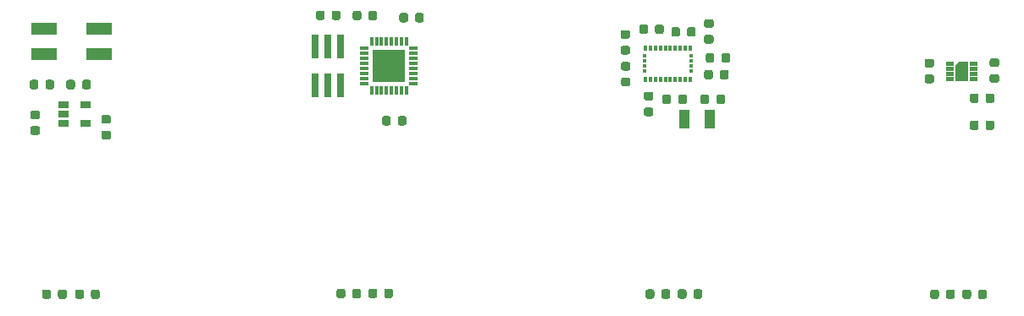
<source format=gts>
G04 #@! TF.GenerationSoftware,KiCad,Pcbnew,(5.99.0-2415-gbbdd3fce7)*
G04 #@! TF.CreationDate,2020-10-15T12:22:08-07:00*
G04 #@! TF.ProjectId,VineHoop_Islands,56696e65-486f-46f7-905f-49736c616e64,rev?*
G04 #@! TF.SameCoordinates,Original*
G04 #@! TF.FileFunction,Soldermask,Top*
G04 #@! TF.FilePolarity,Negative*
%FSLAX46Y46*%
G04 Gerber Fmt 4.6, Leading zero omitted, Abs format (unit mm)*
G04 Created by KiCad (PCBNEW (5.99.0-2415-gbbdd3fce7)) date 2020-10-15 12:22:08*
%MOMM*%
%LPD*%
G01*
G04 APERTURE LIST*
%ADD10C,0.010000*%
%ADD11R,0.812800X0.304800*%
%ADD12R,0.304800X0.812800*%
%ADD13R,3.251200X3.251200*%
%ADD14R,0.300000X0.525000*%
%ADD15R,0.425000X0.300000*%
%ADD16R,1.060000X0.650000*%
%ADD17R,2.540000X1.270000*%
%ADD18R,0.760000X2.400000*%
%ADD19R,1.100000X1.900000*%
G04 APERTURE END LIST*
G36*
X218077617Y-58400069D02*
G01*
X218080226Y-58400274D01*
X218082822Y-58400616D01*
X218085396Y-58401093D01*
X218087941Y-58401704D01*
X218090451Y-58402447D01*
X218092918Y-58403321D01*
X218095337Y-58404323D01*
X218097700Y-58405450D01*
X218100000Y-58406699D01*
X218102232Y-58408066D01*
X218104389Y-58409549D01*
X218106466Y-58411143D01*
X218108457Y-58412843D01*
X218110355Y-58414645D01*
X218112157Y-58416543D01*
X218113857Y-58418534D01*
X218115451Y-58420611D01*
X218116934Y-58422768D01*
X218118301Y-58425000D01*
X218119550Y-58427300D01*
X218120677Y-58429663D01*
X218121679Y-58432082D01*
X218122553Y-58434549D01*
X218123296Y-58437059D01*
X218123907Y-58439604D01*
X218124384Y-58442178D01*
X218124726Y-58444774D01*
X218124931Y-58447383D01*
X218125000Y-58450000D01*
X218125000Y-58700000D01*
X218124931Y-58702617D01*
X218124726Y-58705226D01*
X218124384Y-58707822D01*
X218123907Y-58710396D01*
X218123296Y-58712941D01*
X218122553Y-58715451D01*
X218121679Y-58717918D01*
X218120677Y-58720337D01*
X218119550Y-58722700D01*
X218118301Y-58725000D01*
X218116934Y-58727232D01*
X218115451Y-58729389D01*
X218113857Y-58731466D01*
X218112157Y-58733457D01*
X218110355Y-58735355D01*
X218108457Y-58737157D01*
X218106466Y-58738857D01*
X218104389Y-58740451D01*
X218102232Y-58741934D01*
X218100000Y-58743301D01*
X218097700Y-58744550D01*
X218095337Y-58745677D01*
X218092918Y-58746679D01*
X218090451Y-58747553D01*
X218087941Y-58748296D01*
X218085396Y-58748907D01*
X218082822Y-58749384D01*
X218080226Y-58749726D01*
X218077617Y-58749931D01*
X218075000Y-58750000D01*
X217525000Y-58750000D01*
X217522383Y-58749931D01*
X217519774Y-58749726D01*
X217517178Y-58749384D01*
X217514604Y-58748907D01*
X217512059Y-58748296D01*
X217509549Y-58747553D01*
X217507082Y-58746679D01*
X217504663Y-58745677D01*
X217502300Y-58744550D01*
X217500000Y-58743301D01*
X217497768Y-58741934D01*
X217495611Y-58740451D01*
X217493534Y-58738857D01*
X217491543Y-58737157D01*
X217489645Y-58735355D01*
X217487843Y-58733457D01*
X217486143Y-58731466D01*
X217484549Y-58729389D01*
X217483066Y-58727232D01*
X217481699Y-58725000D01*
X217480450Y-58722700D01*
X217479323Y-58720337D01*
X217478321Y-58717918D01*
X217477447Y-58715451D01*
X217476704Y-58712941D01*
X217476093Y-58710396D01*
X217475616Y-58707822D01*
X217475274Y-58705226D01*
X217475069Y-58702617D01*
X217475000Y-58700000D01*
X217475000Y-58450000D01*
X217475069Y-58447383D01*
X217475274Y-58444774D01*
X217475616Y-58442178D01*
X217476093Y-58439604D01*
X217476704Y-58437059D01*
X217477447Y-58434549D01*
X217478321Y-58432082D01*
X217479323Y-58429663D01*
X217480450Y-58427300D01*
X217481699Y-58425000D01*
X217483066Y-58422768D01*
X217484549Y-58420611D01*
X217486143Y-58418534D01*
X217487843Y-58416543D01*
X217489645Y-58414645D01*
X217491543Y-58412843D01*
X217493534Y-58411143D01*
X217495611Y-58409549D01*
X217497768Y-58408066D01*
X217500000Y-58406699D01*
X217502300Y-58405450D01*
X217504663Y-58404323D01*
X217507082Y-58403321D01*
X217509549Y-58402447D01*
X217512059Y-58401704D01*
X217514604Y-58401093D01*
X217517178Y-58400616D01*
X217519774Y-58400274D01*
X217522383Y-58400069D01*
X217525000Y-58400000D01*
X218075000Y-58400000D01*
X218077617Y-58400069D01*
G37*
D10*
X218077617Y-58400069D02*
X218080226Y-58400274D01*
X218082822Y-58400616D01*
X218085396Y-58401093D01*
X218087941Y-58401704D01*
X218090451Y-58402447D01*
X218092918Y-58403321D01*
X218095337Y-58404323D01*
X218097700Y-58405450D01*
X218100000Y-58406699D01*
X218102232Y-58408066D01*
X218104389Y-58409549D01*
X218106466Y-58411143D01*
X218108457Y-58412843D01*
X218110355Y-58414645D01*
X218112157Y-58416543D01*
X218113857Y-58418534D01*
X218115451Y-58420611D01*
X218116934Y-58422768D01*
X218118301Y-58425000D01*
X218119550Y-58427300D01*
X218120677Y-58429663D01*
X218121679Y-58432082D01*
X218122553Y-58434549D01*
X218123296Y-58437059D01*
X218123907Y-58439604D01*
X218124384Y-58442178D01*
X218124726Y-58444774D01*
X218124931Y-58447383D01*
X218125000Y-58450000D01*
X218125000Y-58700000D01*
X218124931Y-58702617D01*
X218124726Y-58705226D01*
X218124384Y-58707822D01*
X218123907Y-58710396D01*
X218123296Y-58712941D01*
X218122553Y-58715451D01*
X218121679Y-58717918D01*
X218120677Y-58720337D01*
X218119550Y-58722700D01*
X218118301Y-58725000D01*
X218116934Y-58727232D01*
X218115451Y-58729389D01*
X218113857Y-58731466D01*
X218112157Y-58733457D01*
X218110355Y-58735355D01*
X218108457Y-58737157D01*
X218106466Y-58738857D01*
X218104389Y-58740451D01*
X218102232Y-58741934D01*
X218100000Y-58743301D01*
X218097700Y-58744550D01*
X218095337Y-58745677D01*
X218092918Y-58746679D01*
X218090451Y-58747553D01*
X218087941Y-58748296D01*
X218085396Y-58748907D01*
X218082822Y-58749384D01*
X218080226Y-58749726D01*
X218077617Y-58749931D01*
X218075000Y-58750000D01*
X217525000Y-58750000D01*
X217522383Y-58749931D01*
X217519774Y-58749726D01*
X217517178Y-58749384D01*
X217514604Y-58748907D01*
X217512059Y-58748296D01*
X217509549Y-58747553D01*
X217507082Y-58746679D01*
X217504663Y-58745677D01*
X217502300Y-58744550D01*
X217500000Y-58743301D01*
X217497768Y-58741934D01*
X217495611Y-58740451D01*
X217493534Y-58738857D01*
X217491543Y-58737157D01*
X217489645Y-58735355D01*
X217487843Y-58733457D01*
X217486143Y-58731466D01*
X217484549Y-58729389D01*
X217483066Y-58727232D01*
X217481699Y-58725000D01*
X217480450Y-58722700D01*
X217479323Y-58720337D01*
X217478321Y-58717918D01*
X217477447Y-58715451D01*
X217476704Y-58712941D01*
X217476093Y-58710396D01*
X217475616Y-58707822D01*
X217475274Y-58705226D01*
X217475069Y-58702617D01*
X217475000Y-58700000D01*
X217475000Y-58450000D01*
X217475069Y-58447383D01*
X217475274Y-58444774D01*
X217475616Y-58442178D01*
X217476093Y-58439604D01*
X217476704Y-58437059D01*
X217477447Y-58434549D01*
X217478321Y-58432082D01*
X217479323Y-58429663D01*
X217480450Y-58427300D01*
X217481699Y-58425000D01*
X217483066Y-58422768D01*
X217484549Y-58420611D01*
X217486143Y-58418534D01*
X217487843Y-58416543D01*
X217489645Y-58414645D01*
X217491543Y-58412843D01*
X217493534Y-58411143D01*
X217495611Y-58409549D01*
X217497768Y-58408066D01*
X217500000Y-58406699D01*
X217502300Y-58405450D01*
X217504663Y-58404323D01*
X217507082Y-58403321D01*
X217509549Y-58402447D01*
X217512059Y-58401704D01*
X217514604Y-58401093D01*
X217517178Y-58400616D01*
X217519774Y-58400274D01*
X217522383Y-58400069D01*
X217525000Y-58400000D01*
X218075000Y-58400000D01*
X218077617Y-58400069D01*
G36*
X220427617Y-57400069D02*
G01*
X220430226Y-57400274D01*
X220432822Y-57400616D01*
X220435396Y-57401093D01*
X220437941Y-57401704D01*
X220440451Y-57402447D01*
X220442918Y-57403321D01*
X220445337Y-57404323D01*
X220447700Y-57405450D01*
X220450000Y-57406699D01*
X220452232Y-57408066D01*
X220454389Y-57409549D01*
X220456466Y-57411143D01*
X220458457Y-57412843D01*
X220460355Y-57414645D01*
X220462157Y-57416543D01*
X220463857Y-57418534D01*
X220465451Y-57420611D01*
X220466934Y-57422768D01*
X220468301Y-57425000D01*
X220469550Y-57427300D01*
X220470677Y-57429663D01*
X220471679Y-57432082D01*
X220472553Y-57434549D01*
X220473296Y-57437059D01*
X220473907Y-57439604D01*
X220474384Y-57442178D01*
X220474726Y-57444774D01*
X220474931Y-57447383D01*
X220475000Y-57450000D01*
X220475000Y-57700000D01*
X220474931Y-57702617D01*
X220474726Y-57705226D01*
X220474384Y-57707822D01*
X220473907Y-57710396D01*
X220473296Y-57712941D01*
X220472553Y-57715451D01*
X220471679Y-57717918D01*
X220470677Y-57720337D01*
X220469550Y-57722700D01*
X220468301Y-57725000D01*
X220466934Y-57727232D01*
X220465451Y-57729389D01*
X220463857Y-57731466D01*
X220462157Y-57733457D01*
X220460355Y-57735355D01*
X220458457Y-57737157D01*
X220456466Y-57738857D01*
X220454389Y-57740451D01*
X220452232Y-57741934D01*
X220450000Y-57743301D01*
X220447700Y-57744550D01*
X220445337Y-57745677D01*
X220442918Y-57746679D01*
X220440451Y-57747553D01*
X220437941Y-57748296D01*
X220435396Y-57748907D01*
X220432822Y-57749384D01*
X220430226Y-57749726D01*
X220427617Y-57749931D01*
X220425000Y-57750000D01*
X219875000Y-57750000D01*
X219872383Y-57749931D01*
X219869774Y-57749726D01*
X219867178Y-57749384D01*
X219864604Y-57748907D01*
X219862059Y-57748296D01*
X219859549Y-57747553D01*
X219857082Y-57746679D01*
X219854663Y-57745677D01*
X219852300Y-57744550D01*
X219850000Y-57743301D01*
X219847768Y-57741934D01*
X219845611Y-57740451D01*
X219843534Y-57738857D01*
X219841543Y-57737157D01*
X219839645Y-57735355D01*
X219837843Y-57733457D01*
X219836143Y-57731466D01*
X219834549Y-57729389D01*
X219833066Y-57727232D01*
X219831699Y-57725000D01*
X219830450Y-57722700D01*
X219829323Y-57720337D01*
X219828321Y-57717918D01*
X219827447Y-57715451D01*
X219826704Y-57712941D01*
X219826093Y-57710396D01*
X219825616Y-57707822D01*
X219825274Y-57705226D01*
X219825069Y-57702617D01*
X219825000Y-57700000D01*
X219825000Y-57450000D01*
X219825069Y-57447383D01*
X219825274Y-57444774D01*
X219825616Y-57442178D01*
X219826093Y-57439604D01*
X219826704Y-57437059D01*
X219827447Y-57434549D01*
X219828321Y-57432082D01*
X219829323Y-57429663D01*
X219830450Y-57427300D01*
X219831699Y-57425000D01*
X219833066Y-57422768D01*
X219834549Y-57420611D01*
X219836143Y-57418534D01*
X219837843Y-57416543D01*
X219839645Y-57414645D01*
X219841543Y-57412843D01*
X219843534Y-57411143D01*
X219845611Y-57409549D01*
X219847768Y-57408066D01*
X219850000Y-57406699D01*
X219852300Y-57405450D01*
X219854663Y-57404323D01*
X219857082Y-57403321D01*
X219859549Y-57402447D01*
X219862059Y-57401704D01*
X219864604Y-57401093D01*
X219867178Y-57400616D01*
X219869774Y-57400274D01*
X219872383Y-57400069D01*
X219875000Y-57400000D01*
X220425000Y-57400000D01*
X220427617Y-57400069D01*
G37*
X220427617Y-57400069D02*
X220430226Y-57400274D01*
X220432822Y-57400616D01*
X220435396Y-57401093D01*
X220437941Y-57401704D01*
X220440451Y-57402447D01*
X220442918Y-57403321D01*
X220445337Y-57404323D01*
X220447700Y-57405450D01*
X220450000Y-57406699D01*
X220452232Y-57408066D01*
X220454389Y-57409549D01*
X220456466Y-57411143D01*
X220458457Y-57412843D01*
X220460355Y-57414645D01*
X220462157Y-57416543D01*
X220463857Y-57418534D01*
X220465451Y-57420611D01*
X220466934Y-57422768D01*
X220468301Y-57425000D01*
X220469550Y-57427300D01*
X220470677Y-57429663D01*
X220471679Y-57432082D01*
X220472553Y-57434549D01*
X220473296Y-57437059D01*
X220473907Y-57439604D01*
X220474384Y-57442178D01*
X220474726Y-57444774D01*
X220474931Y-57447383D01*
X220475000Y-57450000D01*
X220475000Y-57700000D01*
X220474931Y-57702617D01*
X220474726Y-57705226D01*
X220474384Y-57707822D01*
X220473907Y-57710396D01*
X220473296Y-57712941D01*
X220472553Y-57715451D01*
X220471679Y-57717918D01*
X220470677Y-57720337D01*
X220469550Y-57722700D01*
X220468301Y-57725000D01*
X220466934Y-57727232D01*
X220465451Y-57729389D01*
X220463857Y-57731466D01*
X220462157Y-57733457D01*
X220460355Y-57735355D01*
X220458457Y-57737157D01*
X220456466Y-57738857D01*
X220454389Y-57740451D01*
X220452232Y-57741934D01*
X220450000Y-57743301D01*
X220447700Y-57744550D01*
X220445337Y-57745677D01*
X220442918Y-57746679D01*
X220440451Y-57747553D01*
X220437941Y-57748296D01*
X220435396Y-57748907D01*
X220432822Y-57749384D01*
X220430226Y-57749726D01*
X220427617Y-57749931D01*
X220425000Y-57750000D01*
X219875000Y-57750000D01*
X219872383Y-57749931D01*
X219869774Y-57749726D01*
X219867178Y-57749384D01*
X219864604Y-57748907D01*
X219862059Y-57748296D01*
X219859549Y-57747553D01*
X219857082Y-57746679D01*
X219854663Y-57745677D01*
X219852300Y-57744550D01*
X219850000Y-57743301D01*
X219847768Y-57741934D01*
X219845611Y-57740451D01*
X219843534Y-57738857D01*
X219841543Y-57737157D01*
X219839645Y-57735355D01*
X219837843Y-57733457D01*
X219836143Y-57731466D01*
X219834549Y-57729389D01*
X219833066Y-57727232D01*
X219831699Y-57725000D01*
X219830450Y-57722700D01*
X219829323Y-57720337D01*
X219828321Y-57717918D01*
X219827447Y-57715451D01*
X219826704Y-57712941D01*
X219826093Y-57710396D01*
X219825616Y-57707822D01*
X219825274Y-57705226D01*
X219825069Y-57702617D01*
X219825000Y-57700000D01*
X219825000Y-57450000D01*
X219825069Y-57447383D01*
X219825274Y-57444774D01*
X219825616Y-57442178D01*
X219826093Y-57439604D01*
X219826704Y-57437059D01*
X219827447Y-57434549D01*
X219828321Y-57432082D01*
X219829323Y-57429663D01*
X219830450Y-57427300D01*
X219831699Y-57425000D01*
X219833066Y-57422768D01*
X219834549Y-57420611D01*
X219836143Y-57418534D01*
X219837843Y-57416543D01*
X219839645Y-57414645D01*
X219841543Y-57412843D01*
X219843534Y-57411143D01*
X219845611Y-57409549D01*
X219847768Y-57408066D01*
X219850000Y-57406699D01*
X219852300Y-57405450D01*
X219854663Y-57404323D01*
X219857082Y-57403321D01*
X219859549Y-57402447D01*
X219862059Y-57401704D01*
X219864604Y-57401093D01*
X219867178Y-57400616D01*
X219869774Y-57400274D01*
X219872383Y-57400069D01*
X219875000Y-57400000D01*
X220425000Y-57400000D01*
X220427617Y-57400069D01*
G36*
X218030234Y-56900137D02*
G01*
X218035453Y-56900548D01*
X218040643Y-56901231D01*
X218045791Y-56902185D01*
X218050882Y-56903407D01*
X218055902Y-56904894D01*
X218060837Y-56906642D01*
X218065674Y-56908645D01*
X218070399Y-56910899D01*
X218075000Y-56913397D01*
X218079464Y-56916133D01*
X218083779Y-56919098D01*
X218087932Y-56922285D01*
X218091913Y-56925686D01*
X218095711Y-56929289D01*
X218099314Y-56933087D01*
X218102715Y-56937068D01*
X218105902Y-56941221D01*
X218108867Y-56945536D01*
X218111603Y-56950000D01*
X218114101Y-56954601D01*
X218116355Y-56959326D01*
X218118358Y-56964163D01*
X218120106Y-56969098D01*
X218121593Y-56974118D01*
X218122815Y-56979209D01*
X218123769Y-56984357D01*
X218124452Y-56989547D01*
X218124863Y-56994766D01*
X218125000Y-57000000D01*
X218125000Y-57150000D01*
X218124863Y-57155234D01*
X218124452Y-57160453D01*
X218123769Y-57165643D01*
X218122815Y-57170791D01*
X218121593Y-57175882D01*
X218120106Y-57180902D01*
X218118358Y-57185837D01*
X218116355Y-57190674D01*
X218114101Y-57195399D01*
X218111603Y-57200000D01*
X218108867Y-57204464D01*
X218105902Y-57208779D01*
X218102715Y-57212932D01*
X218099314Y-57216913D01*
X218095711Y-57220711D01*
X218091913Y-57224314D01*
X218087932Y-57227715D01*
X218083779Y-57230902D01*
X218079464Y-57233867D01*
X218075000Y-57236603D01*
X218070399Y-57239101D01*
X218065674Y-57241355D01*
X218060837Y-57243358D01*
X218055902Y-57245106D01*
X218050882Y-57246593D01*
X218045791Y-57247815D01*
X218040643Y-57248769D01*
X218035453Y-57249452D01*
X218030234Y-57249863D01*
X218025000Y-57250000D01*
X217575000Y-57250000D01*
X217569766Y-57249863D01*
X217564547Y-57249452D01*
X217559357Y-57248769D01*
X217554209Y-57247815D01*
X217549118Y-57246593D01*
X217544098Y-57245106D01*
X217539163Y-57243358D01*
X217534326Y-57241355D01*
X217529601Y-57239101D01*
X217525000Y-57236603D01*
X217520536Y-57233867D01*
X217516221Y-57230902D01*
X217512068Y-57227715D01*
X217508087Y-57224314D01*
X217504289Y-57220711D01*
X217500686Y-57216913D01*
X217497285Y-57212932D01*
X217494098Y-57208779D01*
X217491133Y-57204464D01*
X217488397Y-57200000D01*
X217485899Y-57195399D01*
X217483645Y-57190674D01*
X217481642Y-57185837D01*
X217479894Y-57180902D01*
X217478407Y-57175882D01*
X217477185Y-57170791D01*
X217476231Y-57165643D01*
X217475548Y-57160453D01*
X217475137Y-57155234D01*
X217475000Y-57150000D01*
X217475000Y-57000000D01*
X217475137Y-56994766D01*
X217475548Y-56989547D01*
X217476231Y-56984357D01*
X217477185Y-56979209D01*
X217478407Y-56974118D01*
X217479894Y-56969098D01*
X217481642Y-56964163D01*
X217483645Y-56959326D01*
X217485899Y-56954601D01*
X217488397Y-56950000D01*
X217491133Y-56945536D01*
X217494098Y-56941221D01*
X217497285Y-56937068D01*
X217500686Y-56933087D01*
X217504289Y-56929289D01*
X217508087Y-56925686D01*
X217512068Y-56922285D01*
X217516221Y-56919098D01*
X217520536Y-56916133D01*
X217525000Y-56913397D01*
X217529601Y-56910899D01*
X217534326Y-56908645D01*
X217539163Y-56906642D01*
X217544098Y-56904894D01*
X217549118Y-56903407D01*
X217554209Y-56902185D01*
X217559357Y-56901231D01*
X217564547Y-56900548D01*
X217569766Y-56900137D01*
X217575000Y-56900000D01*
X218025000Y-56900000D01*
X218030234Y-56900137D01*
G37*
X218030234Y-56900137D02*
X218035453Y-56900548D01*
X218040643Y-56901231D01*
X218045791Y-56902185D01*
X218050882Y-56903407D01*
X218055902Y-56904894D01*
X218060837Y-56906642D01*
X218065674Y-56908645D01*
X218070399Y-56910899D01*
X218075000Y-56913397D01*
X218079464Y-56916133D01*
X218083779Y-56919098D01*
X218087932Y-56922285D01*
X218091913Y-56925686D01*
X218095711Y-56929289D01*
X218099314Y-56933087D01*
X218102715Y-56937068D01*
X218105902Y-56941221D01*
X218108867Y-56945536D01*
X218111603Y-56950000D01*
X218114101Y-56954601D01*
X218116355Y-56959326D01*
X218118358Y-56964163D01*
X218120106Y-56969098D01*
X218121593Y-56974118D01*
X218122815Y-56979209D01*
X218123769Y-56984357D01*
X218124452Y-56989547D01*
X218124863Y-56994766D01*
X218125000Y-57000000D01*
X218125000Y-57150000D01*
X218124863Y-57155234D01*
X218124452Y-57160453D01*
X218123769Y-57165643D01*
X218122815Y-57170791D01*
X218121593Y-57175882D01*
X218120106Y-57180902D01*
X218118358Y-57185837D01*
X218116355Y-57190674D01*
X218114101Y-57195399D01*
X218111603Y-57200000D01*
X218108867Y-57204464D01*
X218105902Y-57208779D01*
X218102715Y-57212932D01*
X218099314Y-57216913D01*
X218095711Y-57220711D01*
X218091913Y-57224314D01*
X218087932Y-57227715D01*
X218083779Y-57230902D01*
X218079464Y-57233867D01*
X218075000Y-57236603D01*
X218070399Y-57239101D01*
X218065674Y-57241355D01*
X218060837Y-57243358D01*
X218055902Y-57245106D01*
X218050882Y-57246593D01*
X218045791Y-57247815D01*
X218040643Y-57248769D01*
X218035453Y-57249452D01*
X218030234Y-57249863D01*
X218025000Y-57250000D01*
X217575000Y-57250000D01*
X217569766Y-57249863D01*
X217564547Y-57249452D01*
X217559357Y-57248769D01*
X217554209Y-57247815D01*
X217549118Y-57246593D01*
X217544098Y-57245106D01*
X217539163Y-57243358D01*
X217534326Y-57241355D01*
X217529601Y-57239101D01*
X217525000Y-57236603D01*
X217520536Y-57233867D01*
X217516221Y-57230902D01*
X217512068Y-57227715D01*
X217508087Y-57224314D01*
X217504289Y-57220711D01*
X217500686Y-57216913D01*
X217497285Y-57212932D01*
X217494098Y-57208779D01*
X217491133Y-57204464D01*
X217488397Y-57200000D01*
X217485899Y-57195399D01*
X217483645Y-57190674D01*
X217481642Y-57185837D01*
X217479894Y-57180902D01*
X217478407Y-57175882D01*
X217477185Y-57170791D01*
X217476231Y-57165643D01*
X217475548Y-57160453D01*
X217475137Y-57155234D01*
X217475000Y-57150000D01*
X217475000Y-57000000D01*
X217475137Y-56994766D01*
X217475548Y-56989547D01*
X217476231Y-56984357D01*
X217477185Y-56979209D01*
X217478407Y-56974118D01*
X217479894Y-56969098D01*
X217481642Y-56964163D01*
X217483645Y-56959326D01*
X217485899Y-56954601D01*
X217488397Y-56950000D01*
X217491133Y-56945536D01*
X217494098Y-56941221D01*
X217497285Y-56937068D01*
X217500686Y-56933087D01*
X217504289Y-56929289D01*
X217508087Y-56925686D01*
X217512068Y-56922285D01*
X217516221Y-56919098D01*
X217520536Y-56916133D01*
X217525000Y-56913397D01*
X217529601Y-56910899D01*
X217534326Y-56908645D01*
X217539163Y-56906642D01*
X217544098Y-56904894D01*
X217549118Y-56903407D01*
X217554209Y-56902185D01*
X217559357Y-56901231D01*
X217564547Y-56900548D01*
X217569766Y-56900137D01*
X217575000Y-56900000D01*
X218025000Y-56900000D01*
X218030234Y-56900137D01*
G36*
X220427617Y-58400069D02*
G01*
X220430226Y-58400274D01*
X220432822Y-58400616D01*
X220435396Y-58401093D01*
X220437941Y-58401704D01*
X220440451Y-58402447D01*
X220442918Y-58403321D01*
X220445337Y-58404323D01*
X220447700Y-58405450D01*
X220450000Y-58406699D01*
X220452232Y-58408066D01*
X220454389Y-58409549D01*
X220456466Y-58411143D01*
X220458457Y-58412843D01*
X220460355Y-58414645D01*
X220462157Y-58416543D01*
X220463857Y-58418534D01*
X220465451Y-58420611D01*
X220466934Y-58422768D01*
X220468301Y-58425000D01*
X220469550Y-58427300D01*
X220470677Y-58429663D01*
X220471679Y-58432082D01*
X220472553Y-58434549D01*
X220473296Y-58437059D01*
X220473907Y-58439604D01*
X220474384Y-58442178D01*
X220474726Y-58444774D01*
X220474931Y-58447383D01*
X220475000Y-58450000D01*
X220475000Y-58700000D01*
X220474931Y-58702617D01*
X220474726Y-58705226D01*
X220474384Y-58707822D01*
X220473907Y-58710396D01*
X220473296Y-58712941D01*
X220472553Y-58715451D01*
X220471679Y-58717918D01*
X220470677Y-58720337D01*
X220469550Y-58722700D01*
X220468301Y-58725000D01*
X220466934Y-58727232D01*
X220465451Y-58729389D01*
X220463857Y-58731466D01*
X220462157Y-58733457D01*
X220460355Y-58735355D01*
X220458457Y-58737157D01*
X220456466Y-58738857D01*
X220454389Y-58740451D01*
X220452232Y-58741934D01*
X220450000Y-58743301D01*
X220447700Y-58744550D01*
X220445337Y-58745677D01*
X220442918Y-58746679D01*
X220440451Y-58747553D01*
X220437941Y-58748296D01*
X220435396Y-58748907D01*
X220432822Y-58749384D01*
X220430226Y-58749726D01*
X220427617Y-58749931D01*
X220425000Y-58750000D01*
X219875000Y-58750000D01*
X219872383Y-58749931D01*
X219869774Y-58749726D01*
X219867178Y-58749384D01*
X219864604Y-58748907D01*
X219862059Y-58748296D01*
X219859549Y-58747553D01*
X219857082Y-58746679D01*
X219854663Y-58745677D01*
X219852300Y-58744550D01*
X219850000Y-58743301D01*
X219847768Y-58741934D01*
X219845611Y-58740451D01*
X219843534Y-58738857D01*
X219841543Y-58737157D01*
X219839645Y-58735355D01*
X219837843Y-58733457D01*
X219836143Y-58731466D01*
X219834549Y-58729389D01*
X219833066Y-58727232D01*
X219831699Y-58725000D01*
X219830450Y-58722700D01*
X219829323Y-58720337D01*
X219828321Y-58717918D01*
X219827447Y-58715451D01*
X219826704Y-58712941D01*
X219826093Y-58710396D01*
X219825616Y-58707822D01*
X219825274Y-58705226D01*
X219825069Y-58702617D01*
X219825000Y-58700000D01*
X219825000Y-58450000D01*
X219825069Y-58447383D01*
X219825274Y-58444774D01*
X219825616Y-58442178D01*
X219826093Y-58439604D01*
X219826704Y-58437059D01*
X219827447Y-58434549D01*
X219828321Y-58432082D01*
X219829323Y-58429663D01*
X219830450Y-58427300D01*
X219831699Y-58425000D01*
X219833066Y-58422768D01*
X219834549Y-58420611D01*
X219836143Y-58418534D01*
X219837843Y-58416543D01*
X219839645Y-58414645D01*
X219841543Y-58412843D01*
X219843534Y-58411143D01*
X219845611Y-58409549D01*
X219847768Y-58408066D01*
X219850000Y-58406699D01*
X219852300Y-58405450D01*
X219854663Y-58404323D01*
X219857082Y-58403321D01*
X219859549Y-58402447D01*
X219862059Y-58401704D01*
X219864604Y-58401093D01*
X219867178Y-58400616D01*
X219869774Y-58400274D01*
X219872383Y-58400069D01*
X219875000Y-58400000D01*
X220425000Y-58400000D01*
X220427617Y-58400069D01*
G37*
X220427617Y-58400069D02*
X220430226Y-58400274D01*
X220432822Y-58400616D01*
X220435396Y-58401093D01*
X220437941Y-58401704D01*
X220440451Y-58402447D01*
X220442918Y-58403321D01*
X220445337Y-58404323D01*
X220447700Y-58405450D01*
X220450000Y-58406699D01*
X220452232Y-58408066D01*
X220454389Y-58409549D01*
X220456466Y-58411143D01*
X220458457Y-58412843D01*
X220460355Y-58414645D01*
X220462157Y-58416543D01*
X220463857Y-58418534D01*
X220465451Y-58420611D01*
X220466934Y-58422768D01*
X220468301Y-58425000D01*
X220469550Y-58427300D01*
X220470677Y-58429663D01*
X220471679Y-58432082D01*
X220472553Y-58434549D01*
X220473296Y-58437059D01*
X220473907Y-58439604D01*
X220474384Y-58442178D01*
X220474726Y-58444774D01*
X220474931Y-58447383D01*
X220475000Y-58450000D01*
X220475000Y-58700000D01*
X220474931Y-58702617D01*
X220474726Y-58705226D01*
X220474384Y-58707822D01*
X220473907Y-58710396D01*
X220473296Y-58712941D01*
X220472553Y-58715451D01*
X220471679Y-58717918D01*
X220470677Y-58720337D01*
X220469550Y-58722700D01*
X220468301Y-58725000D01*
X220466934Y-58727232D01*
X220465451Y-58729389D01*
X220463857Y-58731466D01*
X220462157Y-58733457D01*
X220460355Y-58735355D01*
X220458457Y-58737157D01*
X220456466Y-58738857D01*
X220454389Y-58740451D01*
X220452232Y-58741934D01*
X220450000Y-58743301D01*
X220447700Y-58744550D01*
X220445337Y-58745677D01*
X220442918Y-58746679D01*
X220440451Y-58747553D01*
X220437941Y-58748296D01*
X220435396Y-58748907D01*
X220432822Y-58749384D01*
X220430226Y-58749726D01*
X220427617Y-58749931D01*
X220425000Y-58750000D01*
X219875000Y-58750000D01*
X219872383Y-58749931D01*
X219869774Y-58749726D01*
X219867178Y-58749384D01*
X219864604Y-58748907D01*
X219862059Y-58748296D01*
X219859549Y-58747553D01*
X219857082Y-58746679D01*
X219854663Y-58745677D01*
X219852300Y-58744550D01*
X219850000Y-58743301D01*
X219847768Y-58741934D01*
X219845611Y-58740451D01*
X219843534Y-58738857D01*
X219841543Y-58737157D01*
X219839645Y-58735355D01*
X219837843Y-58733457D01*
X219836143Y-58731466D01*
X219834549Y-58729389D01*
X219833066Y-58727232D01*
X219831699Y-58725000D01*
X219830450Y-58722700D01*
X219829323Y-58720337D01*
X219828321Y-58717918D01*
X219827447Y-58715451D01*
X219826704Y-58712941D01*
X219826093Y-58710396D01*
X219825616Y-58707822D01*
X219825274Y-58705226D01*
X219825069Y-58702617D01*
X219825000Y-58700000D01*
X219825000Y-58450000D01*
X219825069Y-58447383D01*
X219825274Y-58444774D01*
X219825616Y-58442178D01*
X219826093Y-58439604D01*
X219826704Y-58437059D01*
X219827447Y-58434549D01*
X219828321Y-58432082D01*
X219829323Y-58429663D01*
X219830450Y-58427300D01*
X219831699Y-58425000D01*
X219833066Y-58422768D01*
X219834549Y-58420611D01*
X219836143Y-58418534D01*
X219837843Y-58416543D01*
X219839645Y-58414645D01*
X219841543Y-58412843D01*
X219843534Y-58411143D01*
X219845611Y-58409549D01*
X219847768Y-58408066D01*
X219850000Y-58406699D01*
X219852300Y-58405450D01*
X219854663Y-58404323D01*
X219857082Y-58403321D01*
X219859549Y-58402447D01*
X219862059Y-58401704D01*
X219864604Y-58401093D01*
X219867178Y-58400616D01*
X219869774Y-58400274D01*
X219872383Y-58400069D01*
X219875000Y-58400000D01*
X220425000Y-58400000D01*
X220427617Y-58400069D01*
G36*
X218077617Y-57900069D02*
G01*
X218080226Y-57900274D01*
X218082822Y-57900616D01*
X218085396Y-57901093D01*
X218087941Y-57901704D01*
X218090451Y-57902447D01*
X218092918Y-57903321D01*
X218095337Y-57904323D01*
X218097700Y-57905450D01*
X218100000Y-57906699D01*
X218102232Y-57908066D01*
X218104389Y-57909549D01*
X218106466Y-57911143D01*
X218108457Y-57912843D01*
X218110355Y-57914645D01*
X218112157Y-57916543D01*
X218113857Y-57918534D01*
X218115451Y-57920611D01*
X218116934Y-57922768D01*
X218118301Y-57925000D01*
X218119550Y-57927300D01*
X218120677Y-57929663D01*
X218121679Y-57932082D01*
X218122553Y-57934549D01*
X218123296Y-57937059D01*
X218123907Y-57939604D01*
X218124384Y-57942178D01*
X218124726Y-57944774D01*
X218124931Y-57947383D01*
X218125000Y-57950000D01*
X218125000Y-58200000D01*
X218124931Y-58202617D01*
X218124726Y-58205226D01*
X218124384Y-58207822D01*
X218123907Y-58210396D01*
X218123296Y-58212941D01*
X218122553Y-58215451D01*
X218121679Y-58217918D01*
X218120677Y-58220337D01*
X218119550Y-58222700D01*
X218118301Y-58225000D01*
X218116934Y-58227232D01*
X218115451Y-58229389D01*
X218113857Y-58231466D01*
X218112157Y-58233457D01*
X218110355Y-58235355D01*
X218108457Y-58237157D01*
X218106466Y-58238857D01*
X218104389Y-58240451D01*
X218102232Y-58241934D01*
X218100000Y-58243301D01*
X218097700Y-58244550D01*
X218095337Y-58245677D01*
X218092918Y-58246679D01*
X218090451Y-58247553D01*
X218087941Y-58248296D01*
X218085396Y-58248907D01*
X218082822Y-58249384D01*
X218080226Y-58249726D01*
X218077617Y-58249931D01*
X218075000Y-58250000D01*
X217525000Y-58250000D01*
X217522383Y-58249931D01*
X217519774Y-58249726D01*
X217517178Y-58249384D01*
X217514604Y-58248907D01*
X217512059Y-58248296D01*
X217509549Y-58247553D01*
X217507082Y-58246679D01*
X217504663Y-58245677D01*
X217502300Y-58244550D01*
X217500000Y-58243301D01*
X217497768Y-58241934D01*
X217495611Y-58240451D01*
X217493534Y-58238857D01*
X217491543Y-58237157D01*
X217489645Y-58235355D01*
X217487843Y-58233457D01*
X217486143Y-58231466D01*
X217484549Y-58229389D01*
X217483066Y-58227232D01*
X217481699Y-58225000D01*
X217480450Y-58222700D01*
X217479323Y-58220337D01*
X217478321Y-58217918D01*
X217477447Y-58215451D01*
X217476704Y-58212941D01*
X217476093Y-58210396D01*
X217475616Y-58207822D01*
X217475274Y-58205226D01*
X217475069Y-58202617D01*
X217475000Y-58200000D01*
X217475000Y-57950000D01*
X217475069Y-57947383D01*
X217475274Y-57944774D01*
X217475616Y-57942178D01*
X217476093Y-57939604D01*
X217476704Y-57937059D01*
X217477447Y-57934549D01*
X217478321Y-57932082D01*
X217479323Y-57929663D01*
X217480450Y-57927300D01*
X217481699Y-57925000D01*
X217483066Y-57922768D01*
X217484549Y-57920611D01*
X217486143Y-57918534D01*
X217487843Y-57916543D01*
X217489645Y-57914645D01*
X217491543Y-57912843D01*
X217493534Y-57911143D01*
X217495611Y-57909549D01*
X217497768Y-57908066D01*
X217500000Y-57906699D01*
X217502300Y-57905450D01*
X217504663Y-57904323D01*
X217507082Y-57903321D01*
X217509549Y-57902447D01*
X217512059Y-57901704D01*
X217514604Y-57901093D01*
X217517178Y-57900616D01*
X217519774Y-57900274D01*
X217522383Y-57900069D01*
X217525000Y-57900000D01*
X218075000Y-57900000D01*
X218077617Y-57900069D01*
G37*
X218077617Y-57900069D02*
X218080226Y-57900274D01*
X218082822Y-57900616D01*
X218085396Y-57901093D01*
X218087941Y-57901704D01*
X218090451Y-57902447D01*
X218092918Y-57903321D01*
X218095337Y-57904323D01*
X218097700Y-57905450D01*
X218100000Y-57906699D01*
X218102232Y-57908066D01*
X218104389Y-57909549D01*
X218106466Y-57911143D01*
X218108457Y-57912843D01*
X218110355Y-57914645D01*
X218112157Y-57916543D01*
X218113857Y-57918534D01*
X218115451Y-57920611D01*
X218116934Y-57922768D01*
X218118301Y-57925000D01*
X218119550Y-57927300D01*
X218120677Y-57929663D01*
X218121679Y-57932082D01*
X218122553Y-57934549D01*
X218123296Y-57937059D01*
X218123907Y-57939604D01*
X218124384Y-57942178D01*
X218124726Y-57944774D01*
X218124931Y-57947383D01*
X218125000Y-57950000D01*
X218125000Y-58200000D01*
X218124931Y-58202617D01*
X218124726Y-58205226D01*
X218124384Y-58207822D01*
X218123907Y-58210396D01*
X218123296Y-58212941D01*
X218122553Y-58215451D01*
X218121679Y-58217918D01*
X218120677Y-58220337D01*
X218119550Y-58222700D01*
X218118301Y-58225000D01*
X218116934Y-58227232D01*
X218115451Y-58229389D01*
X218113857Y-58231466D01*
X218112157Y-58233457D01*
X218110355Y-58235355D01*
X218108457Y-58237157D01*
X218106466Y-58238857D01*
X218104389Y-58240451D01*
X218102232Y-58241934D01*
X218100000Y-58243301D01*
X218097700Y-58244550D01*
X218095337Y-58245677D01*
X218092918Y-58246679D01*
X218090451Y-58247553D01*
X218087941Y-58248296D01*
X218085396Y-58248907D01*
X218082822Y-58249384D01*
X218080226Y-58249726D01*
X218077617Y-58249931D01*
X218075000Y-58250000D01*
X217525000Y-58250000D01*
X217522383Y-58249931D01*
X217519774Y-58249726D01*
X217517178Y-58249384D01*
X217514604Y-58248907D01*
X217512059Y-58248296D01*
X217509549Y-58247553D01*
X217507082Y-58246679D01*
X217504663Y-58245677D01*
X217502300Y-58244550D01*
X217500000Y-58243301D01*
X217497768Y-58241934D01*
X217495611Y-58240451D01*
X217493534Y-58238857D01*
X217491543Y-58237157D01*
X217489645Y-58235355D01*
X217487843Y-58233457D01*
X217486143Y-58231466D01*
X217484549Y-58229389D01*
X217483066Y-58227232D01*
X217481699Y-58225000D01*
X217480450Y-58222700D01*
X217479323Y-58220337D01*
X217478321Y-58217918D01*
X217477447Y-58215451D01*
X217476704Y-58212941D01*
X217476093Y-58210396D01*
X217475616Y-58207822D01*
X217475274Y-58205226D01*
X217475069Y-58202617D01*
X217475000Y-58200000D01*
X217475000Y-57950000D01*
X217475069Y-57947383D01*
X217475274Y-57944774D01*
X217475616Y-57942178D01*
X217476093Y-57939604D01*
X217476704Y-57937059D01*
X217477447Y-57934549D01*
X217478321Y-57932082D01*
X217479323Y-57929663D01*
X217480450Y-57927300D01*
X217481699Y-57925000D01*
X217483066Y-57922768D01*
X217484549Y-57920611D01*
X217486143Y-57918534D01*
X217487843Y-57916543D01*
X217489645Y-57914645D01*
X217491543Y-57912843D01*
X217493534Y-57911143D01*
X217495611Y-57909549D01*
X217497768Y-57908066D01*
X217500000Y-57906699D01*
X217502300Y-57905450D01*
X217504663Y-57904323D01*
X217507082Y-57903321D01*
X217509549Y-57902447D01*
X217512059Y-57901704D01*
X217514604Y-57901093D01*
X217517178Y-57900616D01*
X217519774Y-57900274D01*
X217522383Y-57900069D01*
X217525000Y-57900000D01*
X218075000Y-57900000D01*
X218077617Y-57900069D01*
G36*
X220427617Y-56900069D02*
G01*
X220430226Y-56900274D01*
X220432822Y-56900616D01*
X220435396Y-56901093D01*
X220437941Y-56901704D01*
X220440451Y-56902447D01*
X220442918Y-56903321D01*
X220445337Y-56904323D01*
X220447700Y-56905450D01*
X220450000Y-56906699D01*
X220452232Y-56908066D01*
X220454389Y-56909549D01*
X220456466Y-56911143D01*
X220458457Y-56912843D01*
X220460355Y-56914645D01*
X220462157Y-56916543D01*
X220463857Y-56918534D01*
X220465451Y-56920611D01*
X220466934Y-56922768D01*
X220468301Y-56925000D01*
X220469550Y-56927300D01*
X220470677Y-56929663D01*
X220471679Y-56932082D01*
X220472553Y-56934549D01*
X220473296Y-56937059D01*
X220473907Y-56939604D01*
X220474384Y-56942178D01*
X220474726Y-56944774D01*
X220474931Y-56947383D01*
X220475000Y-56950000D01*
X220475000Y-57200000D01*
X220474931Y-57202617D01*
X220474726Y-57205226D01*
X220474384Y-57207822D01*
X220473907Y-57210396D01*
X220473296Y-57212941D01*
X220472553Y-57215451D01*
X220471679Y-57217918D01*
X220470677Y-57220337D01*
X220469550Y-57222700D01*
X220468301Y-57225000D01*
X220466934Y-57227232D01*
X220465451Y-57229389D01*
X220463857Y-57231466D01*
X220462157Y-57233457D01*
X220460355Y-57235355D01*
X220458457Y-57237157D01*
X220456466Y-57238857D01*
X220454389Y-57240451D01*
X220452232Y-57241934D01*
X220450000Y-57243301D01*
X220447700Y-57244550D01*
X220445337Y-57245677D01*
X220442918Y-57246679D01*
X220440451Y-57247553D01*
X220437941Y-57248296D01*
X220435396Y-57248907D01*
X220432822Y-57249384D01*
X220430226Y-57249726D01*
X220427617Y-57249931D01*
X220425000Y-57250000D01*
X219875000Y-57250000D01*
X219872383Y-57249931D01*
X219869774Y-57249726D01*
X219867178Y-57249384D01*
X219864604Y-57248907D01*
X219862059Y-57248296D01*
X219859549Y-57247553D01*
X219857082Y-57246679D01*
X219854663Y-57245677D01*
X219852300Y-57244550D01*
X219850000Y-57243301D01*
X219847768Y-57241934D01*
X219845611Y-57240451D01*
X219843534Y-57238857D01*
X219841543Y-57237157D01*
X219839645Y-57235355D01*
X219837843Y-57233457D01*
X219836143Y-57231466D01*
X219834549Y-57229389D01*
X219833066Y-57227232D01*
X219831699Y-57225000D01*
X219830450Y-57222700D01*
X219829323Y-57220337D01*
X219828321Y-57217918D01*
X219827447Y-57215451D01*
X219826704Y-57212941D01*
X219826093Y-57210396D01*
X219825616Y-57207822D01*
X219825274Y-57205226D01*
X219825069Y-57202617D01*
X219825000Y-57200000D01*
X219825000Y-56950000D01*
X219825069Y-56947383D01*
X219825274Y-56944774D01*
X219825616Y-56942178D01*
X219826093Y-56939604D01*
X219826704Y-56937059D01*
X219827447Y-56934549D01*
X219828321Y-56932082D01*
X219829323Y-56929663D01*
X219830450Y-56927300D01*
X219831699Y-56925000D01*
X219833066Y-56922768D01*
X219834549Y-56920611D01*
X219836143Y-56918534D01*
X219837843Y-56916543D01*
X219839645Y-56914645D01*
X219841543Y-56912843D01*
X219843534Y-56911143D01*
X219845611Y-56909549D01*
X219847768Y-56908066D01*
X219850000Y-56906699D01*
X219852300Y-56905450D01*
X219854663Y-56904323D01*
X219857082Y-56903321D01*
X219859549Y-56902447D01*
X219862059Y-56901704D01*
X219864604Y-56901093D01*
X219867178Y-56900616D01*
X219869774Y-56900274D01*
X219872383Y-56900069D01*
X219875000Y-56900000D01*
X220425000Y-56900000D01*
X220427617Y-56900069D01*
G37*
X220427617Y-56900069D02*
X220430226Y-56900274D01*
X220432822Y-56900616D01*
X220435396Y-56901093D01*
X220437941Y-56901704D01*
X220440451Y-56902447D01*
X220442918Y-56903321D01*
X220445337Y-56904323D01*
X220447700Y-56905450D01*
X220450000Y-56906699D01*
X220452232Y-56908066D01*
X220454389Y-56909549D01*
X220456466Y-56911143D01*
X220458457Y-56912843D01*
X220460355Y-56914645D01*
X220462157Y-56916543D01*
X220463857Y-56918534D01*
X220465451Y-56920611D01*
X220466934Y-56922768D01*
X220468301Y-56925000D01*
X220469550Y-56927300D01*
X220470677Y-56929663D01*
X220471679Y-56932082D01*
X220472553Y-56934549D01*
X220473296Y-56937059D01*
X220473907Y-56939604D01*
X220474384Y-56942178D01*
X220474726Y-56944774D01*
X220474931Y-56947383D01*
X220475000Y-56950000D01*
X220475000Y-57200000D01*
X220474931Y-57202617D01*
X220474726Y-57205226D01*
X220474384Y-57207822D01*
X220473907Y-57210396D01*
X220473296Y-57212941D01*
X220472553Y-57215451D01*
X220471679Y-57217918D01*
X220470677Y-57220337D01*
X220469550Y-57222700D01*
X220468301Y-57225000D01*
X220466934Y-57227232D01*
X220465451Y-57229389D01*
X220463857Y-57231466D01*
X220462157Y-57233457D01*
X220460355Y-57235355D01*
X220458457Y-57237157D01*
X220456466Y-57238857D01*
X220454389Y-57240451D01*
X220452232Y-57241934D01*
X220450000Y-57243301D01*
X220447700Y-57244550D01*
X220445337Y-57245677D01*
X220442918Y-57246679D01*
X220440451Y-57247553D01*
X220437941Y-57248296D01*
X220435396Y-57248907D01*
X220432822Y-57249384D01*
X220430226Y-57249726D01*
X220427617Y-57249931D01*
X220425000Y-57250000D01*
X219875000Y-57250000D01*
X219872383Y-57249931D01*
X219869774Y-57249726D01*
X219867178Y-57249384D01*
X219864604Y-57248907D01*
X219862059Y-57248296D01*
X219859549Y-57247553D01*
X219857082Y-57246679D01*
X219854663Y-57245677D01*
X219852300Y-57244550D01*
X219850000Y-57243301D01*
X219847768Y-57241934D01*
X219845611Y-57240451D01*
X219843534Y-57238857D01*
X219841543Y-57237157D01*
X219839645Y-57235355D01*
X219837843Y-57233457D01*
X219836143Y-57231466D01*
X219834549Y-57229389D01*
X219833066Y-57227232D01*
X219831699Y-57225000D01*
X219830450Y-57222700D01*
X219829323Y-57220337D01*
X219828321Y-57217918D01*
X219827447Y-57215451D01*
X219826704Y-57212941D01*
X219826093Y-57210396D01*
X219825616Y-57207822D01*
X219825274Y-57205226D01*
X219825069Y-57202617D01*
X219825000Y-57200000D01*
X219825000Y-56950000D01*
X219825069Y-56947383D01*
X219825274Y-56944774D01*
X219825616Y-56942178D01*
X219826093Y-56939604D01*
X219826704Y-56937059D01*
X219827447Y-56934549D01*
X219828321Y-56932082D01*
X219829323Y-56929663D01*
X219830450Y-56927300D01*
X219831699Y-56925000D01*
X219833066Y-56922768D01*
X219834549Y-56920611D01*
X219836143Y-56918534D01*
X219837843Y-56916543D01*
X219839645Y-56914645D01*
X219841543Y-56912843D01*
X219843534Y-56911143D01*
X219845611Y-56909549D01*
X219847768Y-56908066D01*
X219850000Y-56906699D01*
X219852300Y-56905450D01*
X219854663Y-56904323D01*
X219857082Y-56903321D01*
X219859549Y-56902447D01*
X219862059Y-56901704D01*
X219864604Y-56901093D01*
X219867178Y-56900616D01*
X219869774Y-56900274D01*
X219872383Y-56900069D01*
X219875000Y-56900000D01*
X220425000Y-56900000D01*
X220427617Y-56900069D01*
G36*
X220427617Y-57900069D02*
G01*
X220430226Y-57900274D01*
X220432822Y-57900616D01*
X220435396Y-57901093D01*
X220437941Y-57901704D01*
X220440451Y-57902447D01*
X220442918Y-57903321D01*
X220445337Y-57904323D01*
X220447700Y-57905450D01*
X220450000Y-57906699D01*
X220452232Y-57908066D01*
X220454389Y-57909549D01*
X220456466Y-57911143D01*
X220458457Y-57912843D01*
X220460355Y-57914645D01*
X220462157Y-57916543D01*
X220463857Y-57918534D01*
X220465451Y-57920611D01*
X220466934Y-57922768D01*
X220468301Y-57925000D01*
X220469550Y-57927300D01*
X220470677Y-57929663D01*
X220471679Y-57932082D01*
X220472553Y-57934549D01*
X220473296Y-57937059D01*
X220473907Y-57939604D01*
X220474384Y-57942178D01*
X220474726Y-57944774D01*
X220474931Y-57947383D01*
X220475000Y-57950000D01*
X220475000Y-58200000D01*
X220474931Y-58202617D01*
X220474726Y-58205226D01*
X220474384Y-58207822D01*
X220473907Y-58210396D01*
X220473296Y-58212941D01*
X220472553Y-58215451D01*
X220471679Y-58217918D01*
X220470677Y-58220337D01*
X220469550Y-58222700D01*
X220468301Y-58225000D01*
X220466934Y-58227232D01*
X220465451Y-58229389D01*
X220463857Y-58231466D01*
X220462157Y-58233457D01*
X220460355Y-58235355D01*
X220458457Y-58237157D01*
X220456466Y-58238857D01*
X220454389Y-58240451D01*
X220452232Y-58241934D01*
X220450000Y-58243301D01*
X220447700Y-58244550D01*
X220445337Y-58245677D01*
X220442918Y-58246679D01*
X220440451Y-58247553D01*
X220437941Y-58248296D01*
X220435396Y-58248907D01*
X220432822Y-58249384D01*
X220430226Y-58249726D01*
X220427617Y-58249931D01*
X220425000Y-58250000D01*
X219875000Y-58250000D01*
X219872383Y-58249931D01*
X219869774Y-58249726D01*
X219867178Y-58249384D01*
X219864604Y-58248907D01*
X219862059Y-58248296D01*
X219859549Y-58247553D01*
X219857082Y-58246679D01*
X219854663Y-58245677D01*
X219852300Y-58244550D01*
X219850000Y-58243301D01*
X219847768Y-58241934D01*
X219845611Y-58240451D01*
X219843534Y-58238857D01*
X219841543Y-58237157D01*
X219839645Y-58235355D01*
X219837843Y-58233457D01*
X219836143Y-58231466D01*
X219834549Y-58229389D01*
X219833066Y-58227232D01*
X219831699Y-58225000D01*
X219830450Y-58222700D01*
X219829323Y-58220337D01*
X219828321Y-58217918D01*
X219827447Y-58215451D01*
X219826704Y-58212941D01*
X219826093Y-58210396D01*
X219825616Y-58207822D01*
X219825274Y-58205226D01*
X219825069Y-58202617D01*
X219825000Y-58200000D01*
X219825000Y-57950000D01*
X219825069Y-57947383D01*
X219825274Y-57944774D01*
X219825616Y-57942178D01*
X219826093Y-57939604D01*
X219826704Y-57937059D01*
X219827447Y-57934549D01*
X219828321Y-57932082D01*
X219829323Y-57929663D01*
X219830450Y-57927300D01*
X219831699Y-57925000D01*
X219833066Y-57922768D01*
X219834549Y-57920611D01*
X219836143Y-57918534D01*
X219837843Y-57916543D01*
X219839645Y-57914645D01*
X219841543Y-57912843D01*
X219843534Y-57911143D01*
X219845611Y-57909549D01*
X219847768Y-57908066D01*
X219850000Y-57906699D01*
X219852300Y-57905450D01*
X219854663Y-57904323D01*
X219857082Y-57903321D01*
X219859549Y-57902447D01*
X219862059Y-57901704D01*
X219864604Y-57901093D01*
X219867178Y-57900616D01*
X219869774Y-57900274D01*
X219872383Y-57900069D01*
X219875000Y-57900000D01*
X220425000Y-57900000D01*
X220427617Y-57900069D01*
G37*
X220427617Y-57900069D02*
X220430226Y-57900274D01*
X220432822Y-57900616D01*
X220435396Y-57901093D01*
X220437941Y-57901704D01*
X220440451Y-57902447D01*
X220442918Y-57903321D01*
X220445337Y-57904323D01*
X220447700Y-57905450D01*
X220450000Y-57906699D01*
X220452232Y-57908066D01*
X220454389Y-57909549D01*
X220456466Y-57911143D01*
X220458457Y-57912843D01*
X220460355Y-57914645D01*
X220462157Y-57916543D01*
X220463857Y-57918534D01*
X220465451Y-57920611D01*
X220466934Y-57922768D01*
X220468301Y-57925000D01*
X220469550Y-57927300D01*
X220470677Y-57929663D01*
X220471679Y-57932082D01*
X220472553Y-57934549D01*
X220473296Y-57937059D01*
X220473907Y-57939604D01*
X220474384Y-57942178D01*
X220474726Y-57944774D01*
X220474931Y-57947383D01*
X220475000Y-57950000D01*
X220475000Y-58200000D01*
X220474931Y-58202617D01*
X220474726Y-58205226D01*
X220474384Y-58207822D01*
X220473907Y-58210396D01*
X220473296Y-58212941D01*
X220472553Y-58215451D01*
X220471679Y-58217918D01*
X220470677Y-58220337D01*
X220469550Y-58222700D01*
X220468301Y-58225000D01*
X220466934Y-58227232D01*
X220465451Y-58229389D01*
X220463857Y-58231466D01*
X220462157Y-58233457D01*
X220460355Y-58235355D01*
X220458457Y-58237157D01*
X220456466Y-58238857D01*
X220454389Y-58240451D01*
X220452232Y-58241934D01*
X220450000Y-58243301D01*
X220447700Y-58244550D01*
X220445337Y-58245677D01*
X220442918Y-58246679D01*
X220440451Y-58247553D01*
X220437941Y-58248296D01*
X220435396Y-58248907D01*
X220432822Y-58249384D01*
X220430226Y-58249726D01*
X220427617Y-58249931D01*
X220425000Y-58250000D01*
X219875000Y-58250000D01*
X219872383Y-58249931D01*
X219869774Y-58249726D01*
X219867178Y-58249384D01*
X219864604Y-58248907D01*
X219862059Y-58248296D01*
X219859549Y-58247553D01*
X219857082Y-58246679D01*
X219854663Y-58245677D01*
X219852300Y-58244550D01*
X219850000Y-58243301D01*
X219847768Y-58241934D01*
X219845611Y-58240451D01*
X219843534Y-58238857D01*
X219841543Y-58237157D01*
X219839645Y-58235355D01*
X219837843Y-58233457D01*
X219836143Y-58231466D01*
X219834549Y-58229389D01*
X219833066Y-58227232D01*
X219831699Y-58225000D01*
X219830450Y-58222700D01*
X219829323Y-58220337D01*
X219828321Y-58217918D01*
X219827447Y-58215451D01*
X219826704Y-58212941D01*
X219826093Y-58210396D01*
X219825616Y-58207822D01*
X219825274Y-58205226D01*
X219825069Y-58202617D01*
X219825000Y-58200000D01*
X219825000Y-57950000D01*
X219825069Y-57947383D01*
X219825274Y-57944774D01*
X219825616Y-57942178D01*
X219826093Y-57939604D01*
X219826704Y-57937059D01*
X219827447Y-57934549D01*
X219828321Y-57932082D01*
X219829323Y-57929663D01*
X219830450Y-57927300D01*
X219831699Y-57925000D01*
X219833066Y-57922768D01*
X219834549Y-57920611D01*
X219836143Y-57918534D01*
X219837843Y-57916543D01*
X219839645Y-57914645D01*
X219841543Y-57912843D01*
X219843534Y-57911143D01*
X219845611Y-57909549D01*
X219847768Y-57908066D01*
X219850000Y-57906699D01*
X219852300Y-57905450D01*
X219854663Y-57904323D01*
X219857082Y-57903321D01*
X219859549Y-57902447D01*
X219862059Y-57901704D01*
X219864604Y-57901093D01*
X219867178Y-57900616D01*
X219869774Y-57900274D01*
X219872383Y-57900069D01*
X219875000Y-57900000D01*
X220425000Y-57900000D01*
X220427617Y-57900069D01*
G36*
X219480234Y-56875137D02*
G01*
X219485453Y-56875548D01*
X219490643Y-56876231D01*
X219495791Y-56877185D01*
X219500882Y-56878407D01*
X219505902Y-56879894D01*
X219510837Y-56881642D01*
X219515674Y-56883645D01*
X219520399Y-56885899D01*
X219525000Y-56888397D01*
X219529464Y-56891133D01*
X219533779Y-56894098D01*
X219537932Y-56897285D01*
X219541913Y-56900686D01*
X219545711Y-56904289D01*
X219549314Y-56908087D01*
X219552715Y-56912068D01*
X219555902Y-56916221D01*
X219558867Y-56920536D01*
X219561603Y-56925000D01*
X219564101Y-56929601D01*
X219566355Y-56934326D01*
X219568358Y-56939163D01*
X219570106Y-56944098D01*
X219571593Y-56949118D01*
X219572815Y-56954209D01*
X219573769Y-56959357D01*
X219574452Y-56964547D01*
X219574863Y-56969766D01*
X219575000Y-56975000D01*
X219575000Y-58675000D01*
X219574863Y-58680234D01*
X219574452Y-58685453D01*
X219573769Y-58690643D01*
X219572815Y-58695791D01*
X219571593Y-58700882D01*
X219570106Y-58705902D01*
X219568358Y-58710837D01*
X219566355Y-58715674D01*
X219564101Y-58720399D01*
X219561603Y-58725000D01*
X219558867Y-58729464D01*
X219555902Y-58733779D01*
X219552715Y-58737932D01*
X219549314Y-58741913D01*
X219545711Y-58745711D01*
X219541913Y-58749314D01*
X219537932Y-58752715D01*
X219533779Y-58755902D01*
X219529464Y-58758867D01*
X219525000Y-58761603D01*
X219520399Y-58764101D01*
X219515674Y-58766355D01*
X219510837Y-58768358D01*
X219505902Y-58770106D01*
X219500882Y-58771593D01*
X219495791Y-58772815D01*
X219490643Y-58773769D01*
X219485453Y-58774452D01*
X219480234Y-58774863D01*
X219475000Y-58775000D01*
X218475000Y-58775000D01*
X218469766Y-58774863D01*
X218464547Y-58774452D01*
X218459357Y-58773769D01*
X218454209Y-58772815D01*
X218449118Y-58771593D01*
X218444098Y-58770106D01*
X218439163Y-58768358D01*
X218434326Y-58766355D01*
X218429601Y-58764101D01*
X218425000Y-58761603D01*
X218420536Y-58758867D01*
X218416221Y-58755902D01*
X218412068Y-58752715D01*
X218408087Y-58749314D01*
X218404289Y-58745711D01*
X218400686Y-58741913D01*
X218397285Y-58737932D01*
X218394098Y-58733779D01*
X218391133Y-58729464D01*
X218388397Y-58725000D01*
X218385899Y-58720399D01*
X218383645Y-58715674D01*
X218381642Y-58710837D01*
X218379894Y-58705902D01*
X218378407Y-58700882D01*
X218377185Y-58695791D01*
X218376231Y-58690643D01*
X218375548Y-58685453D01*
X218375137Y-58680234D01*
X218375000Y-58675000D01*
X218375000Y-57204291D01*
X218704291Y-56875000D01*
X219475000Y-56875000D01*
X219480234Y-56875137D01*
G37*
X219480234Y-56875137D02*
X219485453Y-56875548D01*
X219490643Y-56876231D01*
X219495791Y-56877185D01*
X219500882Y-56878407D01*
X219505902Y-56879894D01*
X219510837Y-56881642D01*
X219515674Y-56883645D01*
X219520399Y-56885899D01*
X219525000Y-56888397D01*
X219529464Y-56891133D01*
X219533779Y-56894098D01*
X219537932Y-56897285D01*
X219541913Y-56900686D01*
X219545711Y-56904289D01*
X219549314Y-56908087D01*
X219552715Y-56912068D01*
X219555902Y-56916221D01*
X219558867Y-56920536D01*
X219561603Y-56925000D01*
X219564101Y-56929601D01*
X219566355Y-56934326D01*
X219568358Y-56939163D01*
X219570106Y-56944098D01*
X219571593Y-56949118D01*
X219572815Y-56954209D01*
X219573769Y-56959357D01*
X219574452Y-56964547D01*
X219574863Y-56969766D01*
X219575000Y-56975000D01*
X219575000Y-58675000D01*
X219574863Y-58680234D01*
X219574452Y-58685453D01*
X219573769Y-58690643D01*
X219572815Y-58695791D01*
X219571593Y-58700882D01*
X219570106Y-58705902D01*
X219568358Y-58710837D01*
X219566355Y-58715674D01*
X219564101Y-58720399D01*
X219561603Y-58725000D01*
X219558867Y-58729464D01*
X219555902Y-58733779D01*
X219552715Y-58737932D01*
X219549314Y-58741913D01*
X219545711Y-58745711D01*
X219541913Y-58749314D01*
X219537932Y-58752715D01*
X219533779Y-58755902D01*
X219529464Y-58758867D01*
X219525000Y-58761603D01*
X219520399Y-58764101D01*
X219515674Y-58766355D01*
X219510837Y-58768358D01*
X219505902Y-58770106D01*
X219500882Y-58771593D01*
X219495791Y-58772815D01*
X219490643Y-58773769D01*
X219485453Y-58774452D01*
X219480234Y-58774863D01*
X219475000Y-58775000D01*
X218475000Y-58775000D01*
X218469766Y-58774863D01*
X218464547Y-58774452D01*
X218459357Y-58773769D01*
X218454209Y-58772815D01*
X218449118Y-58771593D01*
X218444098Y-58770106D01*
X218439163Y-58768358D01*
X218434326Y-58766355D01*
X218429601Y-58764101D01*
X218425000Y-58761603D01*
X218420536Y-58758867D01*
X218416221Y-58755902D01*
X218412068Y-58752715D01*
X218408087Y-58749314D01*
X218404289Y-58745711D01*
X218400686Y-58741913D01*
X218397285Y-58737932D01*
X218394098Y-58733779D01*
X218391133Y-58729464D01*
X218388397Y-58725000D01*
X218385899Y-58720399D01*
X218383645Y-58715674D01*
X218381642Y-58710837D01*
X218379894Y-58705902D01*
X218378407Y-58700882D01*
X218377185Y-58695791D01*
X218376231Y-58690643D01*
X218375548Y-58685453D01*
X218375137Y-58680234D01*
X218375000Y-58675000D01*
X218375000Y-57204291D01*
X218704291Y-56875000D01*
X219475000Y-56875000D01*
X219480234Y-56875137D01*
G36*
X218077617Y-57400069D02*
G01*
X218080226Y-57400274D01*
X218082822Y-57400616D01*
X218085396Y-57401093D01*
X218087941Y-57401704D01*
X218090451Y-57402447D01*
X218092918Y-57403321D01*
X218095337Y-57404323D01*
X218097700Y-57405450D01*
X218100000Y-57406699D01*
X218102232Y-57408066D01*
X218104389Y-57409549D01*
X218106466Y-57411143D01*
X218108457Y-57412843D01*
X218110355Y-57414645D01*
X218112157Y-57416543D01*
X218113857Y-57418534D01*
X218115451Y-57420611D01*
X218116934Y-57422768D01*
X218118301Y-57425000D01*
X218119550Y-57427300D01*
X218120677Y-57429663D01*
X218121679Y-57432082D01*
X218122553Y-57434549D01*
X218123296Y-57437059D01*
X218123907Y-57439604D01*
X218124384Y-57442178D01*
X218124726Y-57444774D01*
X218124931Y-57447383D01*
X218125000Y-57450000D01*
X218125000Y-57700000D01*
X218124931Y-57702617D01*
X218124726Y-57705226D01*
X218124384Y-57707822D01*
X218123907Y-57710396D01*
X218123296Y-57712941D01*
X218122553Y-57715451D01*
X218121679Y-57717918D01*
X218120677Y-57720337D01*
X218119550Y-57722700D01*
X218118301Y-57725000D01*
X218116934Y-57727232D01*
X218115451Y-57729389D01*
X218113857Y-57731466D01*
X218112157Y-57733457D01*
X218110355Y-57735355D01*
X218108457Y-57737157D01*
X218106466Y-57738857D01*
X218104389Y-57740451D01*
X218102232Y-57741934D01*
X218100000Y-57743301D01*
X218097700Y-57744550D01*
X218095337Y-57745677D01*
X218092918Y-57746679D01*
X218090451Y-57747553D01*
X218087941Y-57748296D01*
X218085396Y-57748907D01*
X218082822Y-57749384D01*
X218080226Y-57749726D01*
X218077617Y-57749931D01*
X218075000Y-57750000D01*
X217525000Y-57750000D01*
X217522383Y-57749931D01*
X217519774Y-57749726D01*
X217517178Y-57749384D01*
X217514604Y-57748907D01*
X217512059Y-57748296D01*
X217509549Y-57747553D01*
X217507082Y-57746679D01*
X217504663Y-57745677D01*
X217502300Y-57744550D01*
X217500000Y-57743301D01*
X217497768Y-57741934D01*
X217495611Y-57740451D01*
X217493534Y-57738857D01*
X217491543Y-57737157D01*
X217489645Y-57735355D01*
X217487843Y-57733457D01*
X217486143Y-57731466D01*
X217484549Y-57729389D01*
X217483066Y-57727232D01*
X217481699Y-57725000D01*
X217480450Y-57722700D01*
X217479323Y-57720337D01*
X217478321Y-57717918D01*
X217477447Y-57715451D01*
X217476704Y-57712941D01*
X217476093Y-57710396D01*
X217475616Y-57707822D01*
X217475274Y-57705226D01*
X217475069Y-57702617D01*
X217475000Y-57700000D01*
X217475000Y-57450000D01*
X217475069Y-57447383D01*
X217475274Y-57444774D01*
X217475616Y-57442178D01*
X217476093Y-57439604D01*
X217476704Y-57437059D01*
X217477447Y-57434549D01*
X217478321Y-57432082D01*
X217479323Y-57429663D01*
X217480450Y-57427300D01*
X217481699Y-57425000D01*
X217483066Y-57422768D01*
X217484549Y-57420611D01*
X217486143Y-57418534D01*
X217487843Y-57416543D01*
X217489645Y-57414645D01*
X217491543Y-57412843D01*
X217493534Y-57411143D01*
X217495611Y-57409549D01*
X217497768Y-57408066D01*
X217500000Y-57406699D01*
X217502300Y-57405450D01*
X217504663Y-57404323D01*
X217507082Y-57403321D01*
X217509549Y-57402447D01*
X217512059Y-57401704D01*
X217514604Y-57401093D01*
X217517178Y-57400616D01*
X217519774Y-57400274D01*
X217522383Y-57400069D01*
X217525000Y-57400000D01*
X218075000Y-57400000D01*
X218077617Y-57400069D01*
G37*
X218077617Y-57400069D02*
X218080226Y-57400274D01*
X218082822Y-57400616D01*
X218085396Y-57401093D01*
X218087941Y-57401704D01*
X218090451Y-57402447D01*
X218092918Y-57403321D01*
X218095337Y-57404323D01*
X218097700Y-57405450D01*
X218100000Y-57406699D01*
X218102232Y-57408066D01*
X218104389Y-57409549D01*
X218106466Y-57411143D01*
X218108457Y-57412843D01*
X218110355Y-57414645D01*
X218112157Y-57416543D01*
X218113857Y-57418534D01*
X218115451Y-57420611D01*
X218116934Y-57422768D01*
X218118301Y-57425000D01*
X218119550Y-57427300D01*
X218120677Y-57429663D01*
X218121679Y-57432082D01*
X218122553Y-57434549D01*
X218123296Y-57437059D01*
X218123907Y-57439604D01*
X218124384Y-57442178D01*
X218124726Y-57444774D01*
X218124931Y-57447383D01*
X218125000Y-57450000D01*
X218125000Y-57700000D01*
X218124931Y-57702617D01*
X218124726Y-57705226D01*
X218124384Y-57707822D01*
X218123907Y-57710396D01*
X218123296Y-57712941D01*
X218122553Y-57715451D01*
X218121679Y-57717918D01*
X218120677Y-57720337D01*
X218119550Y-57722700D01*
X218118301Y-57725000D01*
X218116934Y-57727232D01*
X218115451Y-57729389D01*
X218113857Y-57731466D01*
X218112157Y-57733457D01*
X218110355Y-57735355D01*
X218108457Y-57737157D01*
X218106466Y-57738857D01*
X218104389Y-57740451D01*
X218102232Y-57741934D01*
X218100000Y-57743301D01*
X218097700Y-57744550D01*
X218095337Y-57745677D01*
X218092918Y-57746679D01*
X218090451Y-57747553D01*
X218087941Y-57748296D01*
X218085396Y-57748907D01*
X218082822Y-57749384D01*
X218080226Y-57749726D01*
X218077617Y-57749931D01*
X218075000Y-57750000D01*
X217525000Y-57750000D01*
X217522383Y-57749931D01*
X217519774Y-57749726D01*
X217517178Y-57749384D01*
X217514604Y-57748907D01*
X217512059Y-57748296D01*
X217509549Y-57747553D01*
X217507082Y-57746679D01*
X217504663Y-57745677D01*
X217502300Y-57744550D01*
X217500000Y-57743301D01*
X217497768Y-57741934D01*
X217495611Y-57740451D01*
X217493534Y-57738857D01*
X217491543Y-57737157D01*
X217489645Y-57735355D01*
X217487843Y-57733457D01*
X217486143Y-57731466D01*
X217484549Y-57729389D01*
X217483066Y-57727232D01*
X217481699Y-57725000D01*
X217480450Y-57722700D01*
X217479323Y-57720337D01*
X217478321Y-57717918D01*
X217477447Y-57715451D01*
X217476704Y-57712941D01*
X217476093Y-57710396D01*
X217475616Y-57707822D01*
X217475274Y-57705226D01*
X217475069Y-57702617D01*
X217475000Y-57700000D01*
X217475000Y-57450000D01*
X217475069Y-57447383D01*
X217475274Y-57444774D01*
X217475616Y-57442178D01*
X217476093Y-57439604D01*
X217476704Y-57437059D01*
X217477447Y-57434549D01*
X217478321Y-57432082D01*
X217479323Y-57429663D01*
X217480450Y-57427300D01*
X217481699Y-57425000D01*
X217483066Y-57422768D01*
X217484549Y-57420611D01*
X217486143Y-57418534D01*
X217487843Y-57416543D01*
X217489645Y-57414645D01*
X217491543Y-57412843D01*
X217493534Y-57411143D01*
X217495611Y-57409549D01*
X217497768Y-57408066D01*
X217500000Y-57406699D01*
X217502300Y-57405450D01*
X217504663Y-57404323D01*
X217507082Y-57403321D01*
X217509549Y-57402447D01*
X217512059Y-57401704D01*
X217514604Y-57401093D01*
X217517178Y-57400616D01*
X217519774Y-57400274D01*
X217522383Y-57400069D01*
X217525000Y-57400000D01*
X218075000Y-57400000D01*
X218077617Y-57400069D01*
G36*
G01*
X192910000Y-60936250D02*
X192910000Y-60423750D01*
G75*
G02*
X193128750Y-60205000I218750J0D01*
G01*
X193566250Y-60205000D01*
G75*
G02*
X193785000Y-60423750I0J-218750D01*
G01*
X193785000Y-60936250D01*
G75*
G02*
X193566250Y-61155000I-218750J0D01*
G01*
X193128750Y-61155000D01*
G75*
G02*
X192910000Y-60936250I0J218750D01*
G01*
G37*
G36*
G01*
X194485000Y-60936250D02*
X194485000Y-60423750D01*
G75*
G02*
X194703750Y-60205000I218750J0D01*
G01*
X195141250Y-60205000D01*
G75*
G02*
X195360000Y-60423750I0J-218750D01*
G01*
X195360000Y-60936250D01*
G75*
G02*
X195141250Y-61155000I-218750J0D01*
G01*
X194703750Y-61155000D01*
G75*
G02*
X194485000Y-60936250I0J218750D01*
G01*
G37*
G36*
G01*
X191550000Y-60423750D02*
X191550000Y-60936250D01*
G75*
G02*
X191331250Y-61155000I-218750J0D01*
G01*
X190893750Y-61155000D01*
G75*
G02*
X190675000Y-60936250I0J218750D01*
G01*
X190675000Y-60423750D01*
G75*
G02*
X190893750Y-60205000I218750J0D01*
G01*
X191331250Y-60205000D01*
G75*
G02*
X191550000Y-60423750I0J-218750D01*
G01*
G37*
G36*
G01*
X189975000Y-60423750D02*
X189975000Y-60936250D01*
G75*
G02*
X189756250Y-61155000I-218750J0D01*
G01*
X189318750Y-61155000D01*
G75*
G02*
X189100000Y-60936250I0J218750D01*
G01*
X189100000Y-60423750D01*
G75*
G02*
X189318750Y-60205000I218750J0D01*
G01*
X189756250Y-60205000D01*
G75*
G02*
X189975000Y-60423750I0J-218750D01*
G01*
G37*
G36*
G01*
X162802000Y-52749250D02*
X162802000Y-52236750D01*
G75*
G02*
X163020750Y-52018000I218750J0D01*
G01*
X163458250Y-52018000D01*
G75*
G02*
X163677000Y-52236750I0J-218750D01*
G01*
X163677000Y-52749250D01*
G75*
G02*
X163458250Y-52968000I-218750J0D01*
G01*
X163020750Y-52968000D01*
G75*
G02*
X162802000Y-52749250I0J218750D01*
G01*
G37*
G36*
G01*
X164377000Y-52749250D02*
X164377000Y-52236750D01*
G75*
G02*
X164595750Y-52018000I218750J0D01*
G01*
X165033250Y-52018000D01*
G75*
G02*
X165252000Y-52236750I0J-218750D01*
G01*
X165252000Y-52749250D01*
G75*
G02*
X165033250Y-52968000I-218750J0D01*
G01*
X164595750Y-52968000D01*
G75*
G02*
X164377000Y-52749250I0J218750D01*
G01*
G37*
G36*
G01*
X193425800Y-56780150D02*
X193425800Y-56267650D01*
G75*
G02*
X193644550Y-56048900I218750J0D01*
G01*
X194082050Y-56048900D01*
G75*
G02*
X194300800Y-56267650I0J-218750D01*
G01*
X194300800Y-56780150D01*
G75*
G02*
X194082050Y-56998900I-218750J0D01*
G01*
X193644550Y-56998900D01*
G75*
G02*
X193425800Y-56780150I0J218750D01*
G01*
G37*
G36*
G01*
X195000800Y-56780150D02*
X195000800Y-56267650D01*
G75*
G02*
X195219550Y-56048900I218750J0D01*
G01*
X195657050Y-56048900D01*
G75*
G02*
X195875800Y-56267650I0J-218750D01*
G01*
X195875800Y-56780150D01*
G75*
G02*
X195657050Y-56998900I-218750J0D01*
G01*
X195219550Y-56998900D01*
G75*
G02*
X195000800Y-56780150I0J218750D01*
G01*
G37*
G36*
G01*
X185646450Y-56188600D02*
X185133950Y-56188600D01*
G75*
G02*
X184915200Y-55969850I0J218750D01*
G01*
X184915200Y-55532350D01*
G75*
G02*
X185133950Y-55313600I218750J0D01*
G01*
X185646450Y-55313600D01*
G75*
G02*
X185865200Y-55532350I0J-218750D01*
G01*
X185865200Y-55969850D01*
G75*
G02*
X185646450Y-56188600I-218750J0D01*
G01*
G37*
G36*
G01*
X185646450Y-54613600D02*
X185133950Y-54613600D01*
G75*
G02*
X184915200Y-54394850I0J218750D01*
G01*
X184915200Y-53957350D01*
G75*
G02*
X185133950Y-53738600I218750J0D01*
G01*
X185646450Y-53738600D01*
G75*
G02*
X185865200Y-53957350I0J-218750D01*
G01*
X185865200Y-54394850D01*
G75*
G02*
X185646450Y-54613600I-218750J0D01*
G01*
G37*
G36*
G01*
X222544850Y-59027700D02*
X222032350Y-59027700D01*
G75*
G02*
X221813600Y-58808950I0J218750D01*
G01*
X221813600Y-58371450D01*
G75*
G02*
X222032350Y-58152700I218750J0D01*
G01*
X222544850Y-58152700D01*
G75*
G02*
X222763600Y-58371450I0J-218750D01*
G01*
X222763600Y-58808950D01*
G75*
G02*
X222544850Y-59027700I-218750J0D01*
G01*
G37*
G36*
G01*
X222544850Y-57452700D02*
X222032350Y-57452700D01*
G75*
G02*
X221813600Y-57233950I0J218750D01*
G01*
X221813600Y-56796450D01*
G75*
G02*
X222032350Y-56577700I218750J0D01*
G01*
X222544850Y-56577700D01*
G75*
G02*
X222763600Y-56796450I0J-218750D01*
G01*
X222763600Y-57233950D01*
G75*
G02*
X222544850Y-57452700I-218750J0D01*
G01*
G37*
D11*
X164230300Y-59071600D03*
X164230300Y-58563600D03*
X164230300Y-58081000D03*
X164230300Y-57573000D03*
X164230300Y-57065000D03*
X164230300Y-56557000D03*
X164230300Y-56074400D03*
X164230300Y-55566400D03*
D12*
X163519100Y-54855200D03*
X163011100Y-54855200D03*
X162528500Y-54855200D03*
X162020500Y-54855200D03*
X161512500Y-54855200D03*
X161004500Y-54855200D03*
X160521900Y-54855200D03*
X160013900Y-54855200D03*
D11*
X159302700Y-55566400D03*
X159302700Y-56074400D03*
X159302700Y-56557000D03*
X159302700Y-57065000D03*
X159302700Y-57573000D03*
X159302700Y-58081000D03*
X159302700Y-58563600D03*
X159302700Y-59071600D03*
D12*
X160013900Y-59782800D03*
X160521900Y-59782800D03*
X161004500Y-59782800D03*
X161512500Y-59782800D03*
X162020500Y-59782800D03*
X162528500Y-59782800D03*
X163011100Y-59782800D03*
X163519100Y-59782800D03*
D13*
X161766500Y-57319000D03*
D14*
X191900000Y-58662500D03*
D15*
X191962500Y-57850000D03*
X191962500Y-57350000D03*
X191962500Y-56850000D03*
X191962500Y-56350000D03*
D14*
X191900000Y-55537500D03*
X191400000Y-55537500D03*
X190900000Y-55537500D03*
X190400000Y-55537500D03*
X189900000Y-55537500D03*
X189400000Y-55537500D03*
X188900000Y-55537500D03*
X188400000Y-55537500D03*
X187900000Y-55537500D03*
X187400000Y-55537500D03*
D15*
X187337500Y-56350000D03*
X187337500Y-56850000D03*
X187337500Y-57350000D03*
X187337500Y-57850000D03*
D14*
X187400000Y-58662500D03*
X187900000Y-58662500D03*
X188400000Y-58662500D03*
X188900000Y-58662500D03*
X189400000Y-58662500D03*
X189900000Y-58662500D03*
X190400000Y-58662500D03*
X190900000Y-58662500D03*
X191400000Y-58662500D03*
G36*
G01*
X187464750Y-59921500D02*
X187977250Y-59921500D01*
G75*
G02*
X188196000Y-60140250I0J-218750D01*
G01*
X188196000Y-60577750D01*
G75*
G02*
X187977250Y-60796500I-218750J0D01*
G01*
X187464750Y-60796500D01*
G75*
G02*
X187246000Y-60577750I0J218750D01*
G01*
X187246000Y-60140250D01*
G75*
G02*
X187464750Y-59921500I218750J0D01*
G01*
G37*
G36*
G01*
X187464750Y-61496500D02*
X187977250Y-61496500D01*
G75*
G02*
X188196000Y-61715250I0J-218750D01*
G01*
X188196000Y-62152750D01*
G75*
G02*
X187977250Y-62371500I-218750J0D01*
G01*
X187464750Y-62371500D01*
G75*
G02*
X187246000Y-62152750I0J218750D01*
G01*
X187246000Y-61715250D01*
G75*
G02*
X187464750Y-61496500I218750J0D01*
G01*
G37*
G36*
G01*
X161075000Y-63081250D02*
X161075000Y-62568750D01*
G75*
G02*
X161293750Y-62350000I218750J0D01*
G01*
X161731250Y-62350000D01*
G75*
G02*
X161950000Y-62568750I0J-218750D01*
G01*
X161950000Y-63081250D01*
G75*
G02*
X161731250Y-63300000I-218750J0D01*
G01*
X161293750Y-63300000D01*
G75*
G02*
X161075000Y-63081250I0J218750D01*
G01*
G37*
G36*
G01*
X162650000Y-63081250D02*
X162650000Y-62568750D01*
G75*
G02*
X162868750Y-62350000I218750J0D01*
G01*
X163306250Y-62350000D01*
G75*
G02*
X163525000Y-62568750I0J-218750D01*
G01*
X163525000Y-63081250D01*
G75*
G02*
X163306250Y-63300000I-218750J0D01*
G01*
X162868750Y-63300000D01*
G75*
G02*
X162650000Y-63081250I0J218750D01*
G01*
G37*
G36*
G01*
X216044850Y-59065200D02*
X215532350Y-59065200D01*
G75*
G02*
X215313600Y-58846450I0J218750D01*
G01*
X215313600Y-58408950D01*
G75*
G02*
X215532350Y-58190200I218750J0D01*
G01*
X216044850Y-58190200D01*
G75*
G02*
X216263600Y-58408950I0J-218750D01*
G01*
X216263600Y-58846450D01*
G75*
G02*
X216044850Y-59065200I-218750J0D01*
G01*
G37*
G36*
G01*
X216044850Y-57490200D02*
X215532350Y-57490200D01*
G75*
G02*
X215313600Y-57271450I0J218750D01*
G01*
X215313600Y-56833950D01*
G75*
G02*
X215532350Y-56615200I218750J0D01*
G01*
X216044850Y-56615200D01*
G75*
G02*
X216263600Y-56833950I0J-218750D01*
G01*
X216263600Y-57271450D01*
G75*
G02*
X216044850Y-57490200I-218750J0D01*
G01*
G37*
G36*
G01*
X189240000Y-53398750D02*
X189240000Y-53911250D01*
G75*
G02*
X189021250Y-54130000I-218750J0D01*
G01*
X188583750Y-54130000D01*
G75*
G02*
X188365000Y-53911250I0J218750D01*
G01*
X188365000Y-53398750D01*
G75*
G02*
X188583750Y-53180000I218750J0D01*
G01*
X189021250Y-53180000D01*
G75*
G02*
X189240000Y-53398750I0J-218750D01*
G01*
G37*
G36*
G01*
X187665000Y-53398750D02*
X187665000Y-53911250D01*
G75*
G02*
X187446250Y-54130000I-218750J0D01*
G01*
X187008750Y-54130000D01*
G75*
G02*
X186790000Y-53911250I0J218750D01*
G01*
X186790000Y-53398750D01*
G75*
G02*
X187008750Y-53180000I218750J0D01*
G01*
X187446250Y-53180000D01*
G75*
G02*
X187665000Y-53398750I0J-218750D01*
G01*
G37*
G36*
G01*
X194001250Y-55097500D02*
X193488750Y-55097500D01*
G75*
G02*
X193270000Y-54878750I0J218750D01*
G01*
X193270000Y-54441250D01*
G75*
G02*
X193488750Y-54222500I218750J0D01*
G01*
X194001250Y-54222500D01*
G75*
G02*
X194220000Y-54441250I0J-218750D01*
G01*
X194220000Y-54878750D01*
G75*
G02*
X194001250Y-55097500I-218750J0D01*
G01*
G37*
G36*
G01*
X194001250Y-53522500D02*
X193488750Y-53522500D01*
G75*
G02*
X193270000Y-53303750I0J218750D01*
G01*
X193270000Y-52866250D01*
G75*
G02*
X193488750Y-52647500I218750J0D01*
G01*
X194001250Y-52647500D01*
G75*
G02*
X194220000Y-52866250I0J-218750D01*
G01*
X194220000Y-53303750D01*
G75*
G02*
X194001250Y-53522500I-218750J0D01*
G01*
G37*
G36*
G01*
X189986500Y-54170250D02*
X189986500Y-53657750D01*
G75*
G02*
X190205250Y-53439000I218750J0D01*
G01*
X190642750Y-53439000D01*
G75*
G02*
X190861500Y-53657750I0J-218750D01*
G01*
X190861500Y-54170250D01*
G75*
G02*
X190642750Y-54389000I-218750J0D01*
G01*
X190205250Y-54389000D01*
G75*
G02*
X189986500Y-54170250I0J218750D01*
G01*
G37*
G36*
G01*
X191561500Y-54170250D02*
X191561500Y-53657750D01*
G75*
G02*
X191780250Y-53439000I218750J0D01*
G01*
X192217750Y-53439000D01*
G75*
G02*
X192436500Y-53657750I0J-218750D01*
G01*
X192436500Y-54170250D01*
G75*
G02*
X192217750Y-54389000I-218750J0D01*
G01*
X191780250Y-54389000D01*
G75*
G02*
X191561500Y-54170250I0J218750D01*
G01*
G37*
G36*
G01*
X185178750Y-56924500D02*
X185691250Y-56924500D01*
G75*
G02*
X185910000Y-57143250I0J-218750D01*
G01*
X185910000Y-57580750D01*
G75*
G02*
X185691250Y-57799500I-218750J0D01*
G01*
X185178750Y-57799500D01*
G75*
G02*
X184960000Y-57580750I0J218750D01*
G01*
X184960000Y-57143250D01*
G75*
G02*
X185178750Y-56924500I218750J0D01*
G01*
G37*
G36*
G01*
X185178750Y-58499500D02*
X185691250Y-58499500D01*
G75*
G02*
X185910000Y-58718250I0J-218750D01*
G01*
X185910000Y-59155750D01*
G75*
G02*
X185691250Y-59374500I-218750J0D01*
G01*
X185178750Y-59374500D01*
G75*
G02*
X184960000Y-59155750I0J218750D01*
G01*
X184960000Y-58718250D01*
G75*
G02*
X185178750Y-58499500I218750J0D01*
G01*
G37*
G36*
G01*
X133243750Y-62245803D02*
X133756250Y-62245803D01*
G75*
G02*
X133975000Y-62464553I0J-218750D01*
G01*
X133975000Y-62902053D01*
G75*
G02*
X133756250Y-63120803I-218750J0D01*
G01*
X133243750Y-63120803D01*
G75*
G02*
X133025000Y-62902053I0J218750D01*
G01*
X133025000Y-62464553D01*
G75*
G02*
X133243750Y-62245803I218750J0D01*
G01*
G37*
G36*
G01*
X133243750Y-63820803D02*
X133756250Y-63820803D01*
G75*
G02*
X133975000Y-64039553I0J-218750D01*
G01*
X133975000Y-64477053D01*
G75*
G02*
X133756250Y-64695803I-218750J0D01*
G01*
X133243750Y-64695803D01*
G75*
G02*
X133025000Y-64477053I0J218750D01*
G01*
X133025000Y-64039553D01*
G75*
G02*
X133243750Y-63820803I218750J0D01*
G01*
G37*
D16*
X129238899Y-61183303D03*
X129238899Y-62133303D03*
X129238899Y-63083303D03*
X131438899Y-63083303D03*
X131438899Y-61183303D03*
G36*
G01*
X154470600Y-52514850D02*
X154470600Y-52002350D01*
G75*
G02*
X154689350Y-51783600I218750J0D01*
G01*
X155126850Y-51783600D01*
G75*
G02*
X155345600Y-52002350I0J-218750D01*
G01*
X155345600Y-52514850D01*
G75*
G02*
X155126850Y-52733600I-218750J0D01*
G01*
X154689350Y-52733600D01*
G75*
G02*
X154470600Y-52514850I0J218750D01*
G01*
G37*
G36*
G01*
X156045600Y-52514850D02*
X156045600Y-52002350D01*
G75*
G02*
X156264350Y-51783600I218750J0D01*
G01*
X156701850Y-51783600D01*
G75*
G02*
X156920600Y-52002350I0J-218750D01*
G01*
X156920600Y-52514850D01*
G75*
G02*
X156701850Y-52733600I-218750J0D01*
G01*
X156264350Y-52733600D01*
G75*
G02*
X156045600Y-52514850I0J218750D01*
G01*
G37*
G36*
G01*
X158128500Y-52540250D02*
X158128500Y-52027750D01*
G75*
G02*
X158347250Y-51809000I218750J0D01*
G01*
X158784750Y-51809000D01*
G75*
G02*
X159003500Y-52027750I0J-218750D01*
G01*
X159003500Y-52540250D01*
G75*
G02*
X158784750Y-52759000I-218750J0D01*
G01*
X158347250Y-52759000D01*
G75*
G02*
X158128500Y-52540250I0J218750D01*
G01*
G37*
G36*
G01*
X159703500Y-52540250D02*
X159703500Y-52027750D01*
G75*
G02*
X159922250Y-51809000I218750J0D01*
G01*
X160359750Y-51809000D01*
G75*
G02*
X160578500Y-52027750I0J-218750D01*
G01*
X160578500Y-52540250D01*
G75*
G02*
X160359750Y-52759000I-218750J0D01*
G01*
X159922250Y-52759000D01*
G75*
G02*
X159703500Y-52540250I0J218750D01*
G01*
G37*
G36*
G01*
X125854900Y-59456250D02*
X125854900Y-58943750D01*
G75*
G02*
X126073650Y-58725000I218750J0D01*
G01*
X126511150Y-58725000D01*
G75*
G02*
X126729900Y-58943750I0J-218750D01*
G01*
X126729900Y-59456250D01*
G75*
G02*
X126511150Y-59675000I-218750J0D01*
G01*
X126073650Y-59675000D01*
G75*
G02*
X125854900Y-59456250I0J218750D01*
G01*
G37*
G36*
G01*
X127429900Y-59456250D02*
X127429900Y-58943750D01*
G75*
G02*
X127648650Y-58725000I218750J0D01*
G01*
X128086150Y-58725000D01*
G75*
G02*
X128304900Y-58943750I0J-218750D01*
G01*
X128304900Y-59456250D01*
G75*
G02*
X128086150Y-59675000I-218750J0D01*
G01*
X127648650Y-59675000D01*
G75*
G02*
X127429900Y-59456250I0J218750D01*
G01*
G37*
G36*
G01*
X131962500Y-58943750D02*
X131962500Y-59456250D01*
G75*
G02*
X131743750Y-59675000I-218750J0D01*
G01*
X131306250Y-59675000D01*
G75*
G02*
X131087500Y-59456250I0J218750D01*
G01*
X131087500Y-58943750D01*
G75*
G02*
X131306250Y-58725000I218750J0D01*
G01*
X131743750Y-58725000D01*
G75*
G02*
X131962500Y-58943750I0J-218750D01*
G01*
G37*
G36*
G01*
X130387500Y-58943750D02*
X130387500Y-59456250D01*
G75*
G02*
X130168750Y-59675000I-218750J0D01*
G01*
X129731250Y-59675000D01*
G75*
G02*
X129512500Y-59456250I0J218750D01*
G01*
X129512500Y-58943750D01*
G75*
G02*
X129731250Y-58725000I218750J0D01*
G01*
X130168750Y-58725000D01*
G75*
G02*
X130387500Y-58943750I0J-218750D01*
G01*
G37*
G36*
G01*
X195723300Y-57944850D02*
X195723300Y-58457350D01*
G75*
G02*
X195504550Y-58676100I-218750J0D01*
G01*
X195067050Y-58676100D01*
G75*
G02*
X194848300Y-58457350I0J218750D01*
G01*
X194848300Y-57944850D01*
G75*
G02*
X195067050Y-57726100I218750J0D01*
G01*
X195504550Y-57726100D01*
G75*
G02*
X195723300Y-57944850I0J-218750D01*
G01*
G37*
G36*
G01*
X194148300Y-57944850D02*
X194148300Y-58457350D01*
G75*
G02*
X193929550Y-58676100I-218750J0D01*
G01*
X193492050Y-58676100D01*
G75*
G02*
X193273300Y-58457350I0J218750D01*
G01*
X193273300Y-57944850D01*
G75*
G02*
X193492050Y-57726100I218750J0D01*
G01*
X193929550Y-57726100D01*
G75*
G02*
X194148300Y-57944850I0J-218750D01*
G01*
G37*
D17*
X127311101Y-53616800D03*
X132771101Y-53616800D03*
X127311101Y-56156800D03*
X132771101Y-56156800D03*
D18*
X154400500Y-59269000D03*
X154400500Y-55369000D03*
X155670500Y-59269000D03*
X155670500Y-55369000D03*
X156940500Y-59269000D03*
X156940500Y-55369000D03*
D19*
X193817000Y-62696000D03*
X191317000Y-62696000D03*
G36*
G01*
X162158428Y-79859985D02*
X162158428Y-80372485D01*
G75*
G02*
X161939678Y-80591235I-218750J0D01*
G01*
X161502178Y-80591235D01*
G75*
G02*
X161283428Y-80372485I0J218750D01*
G01*
X161283428Y-79859985D01*
G75*
G02*
X161502178Y-79641235I218750J0D01*
G01*
X161939678Y-79641235D01*
G75*
G02*
X162158428Y-79859985I0J-218750D01*
G01*
G37*
G36*
G01*
X160583428Y-79859985D02*
X160583428Y-80372485D01*
G75*
G02*
X160364678Y-80591235I-218750J0D01*
G01*
X159927178Y-80591235D01*
G75*
G02*
X159708428Y-80372485I0J218750D01*
G01*
X159708428Y-79859985D01*
G75*
G02*
X159927178Y-79641235I218750J0D01*
G01*
X160364678Y-79641235D01*
G75*
G02*
X160583428Y-79859985I0J-218750D01*
G01*
G37*
G36*
G01*
X221534028Y-79953158D02*
X221534028Y-80465658D01*
G75*
G02*
X221315278Y-80684408I-218750J0D01*
G01*
X220877778Y-80684408D01*
G75*
G02*
X220659028Y-80465658I0J218750D01*
G01*
X220659028Y-79953158D01*
G75*
G02*
X220877778Y-79734408I218750J0D01*
G01*
X221315278Y-79734408D01*
G75*
G02*
X221534028Y-79953158I0J-218750D01*
G01*
G37*
G36*
G01*
X219959028Y-79953158D02*
X219959028Y-80465658D01*
G75*
G02*
X219740278Y-80684408I-218750J0D01*
G01*
X219302778Y-80684408D01*
G75*
G02*
X219084028Y-80465658I0J218750D01*
G01*
X219084028Y-79953158D01*
G75*
G02*
X219302778Y-79734408I218750J0D01*
G01*
X219740278Y-79734408D01*
G75*
G02*
X219959028Y-79953158I0J-218750D01*
G01*
G37*
G36*
G01*
X193087015Y-79924278D02*
X193087015Y-80436778D01*
G75*
G02*
X192868265Y-80655528I-218750J0D01*
G01*
X192430765Y-80655528D01*
G75*
G02*
X192212015Y-80436778I0J218750D01*
G01*
X192212015Y-79924278D01*
G75*
G02*
X192430765Y-79705528I218750J0D01*
G01*
X192868265Y-79705528D01*
G75*
G02*
X193087015Y-79924278I0J-218750D01*
G01*
G37*
G36*
G01*
X191512015Y-79924278D02*
X191512015Y-80436778D01*
G75*
G02*
X191293265Y-80655528I-218750J0D01*
G01*
X190855765Y-80655528D01*
G75*
G02*
X190637015Y-80436778I0J218750D01*
G01*
X190637015Y-79924278D01*
G75*
G02*
X190855765Y-79705528I218750J0D01*
G01*
X191293265Y-79705528D01*
G75*
G02*
X191512015Y-79924278I0J-218750D01*
G01*
G37*
G36*
G01*
X127105000Y-80456250D02*
X127105000Y-79943750D01*
G75*
G02*
X127323750Y-79725000I218750J0D01*
G01*
X127761250Y-79725000D01*
G75*
G02*
X127980000Y-79943750I0J-218750D01*
G01*
X127980000Y-80456250D01*
G75*
G02*
X127761250Y-80675000I-218750J0D01*
G01*
X127323750Y-80675000D01*
G75*
G02*
X127105000Y-80456250I0J218750D01*
G01*
G37*
G36*
G01*
X128680000Y-80456250D02*
X128680000Y-79943750D01*
G75*
G02*
X128898750Y-79725000I218750J0D01*
G01*
X129336250Y-79725000D01*
G75*
G02*
X129555000Y-79943750I0J-218750D01*
G01*
X129555000Y-80456250D01*
G75*
G02*
X129336250Y-80675000I-218750J0D01*
G01*
X128898750Y-80675000D01*
G75*
G02*
X128680000Y-80456250I0J218750D01*
G01*
G37*
G36*
G01*
X219825000Y-63536250D02*
X219825000Y-63023750D01*
G75*
G02*
X220043750Y-62805000I218750J0D01*
G01*
X220481250Y-62805000D01*
G75*
G02*
X220700000Y-63023750I0J-218750D01*
G01*
X220700000Y-63536250D01*
G75*
G02*
X220481250Y-63755000I-218750J0D01*
G01*
X220043750Y-63755000D01*
G75*
G02*
X219825000Y-63536250I0J218750D01*
G01*
G37*
G36*
G01*
X221400000Y-63536250D02*
X221400000Y-63023750D01*
G75*
G02*
X221618750Y-62805000I218750J0D01*
G01*
X222056250Y-62805000D01*
G75*
G02*
X222275000Y-63023750I0J-218750D01*
G01*
X222275000Y-63536250D01*
G75*
G02*
X222056250Y-63755000I-218750J0D01*
G01*
X221618750Y-63755000D01*
G75*
G02*
X221400000Y-63536250I0J218750D01*
G01*
G37*
G36*
G01*
X215872500Y-80456250D02*
X215872500Y-79943750D01*
G75*
G02*
X216091250Y-79725000I218750J0D01*
G01*
X216528750Y-79725000D01*
G75*
G02*
X216747500Y-79943750I0J-218750D01*
G01*
X216747500Y-80456250D01*
G75*
G02*
X216528750Y-80675000I-218750J0D01*
G01*
X216091250Y-80675000D01*
G75*
G02*
X215872500Y-80456250I0J218750D01*
G01*
G37*
G36*
G01*
X217447500Y-80456250D02*
X217447500Y-79943750D01*
G75*
G02*
X217666250Y-79725000I218750J0D01*
G01*
X218103750Y-79725000D01*
G75*
G02*
X218322500Y-79943750I0J-218750D01*
G01*
X218322500Y-80456250D01*
G75*
G02*
X218103750Y-80675000I-218750J0D01*
G01*
X217666250Y-80675000D01*
G75*
G02*
X217447500Y-80456250I0J218750D01*
G01*
G37*
G36*
G01*
X132855000Y-79943750D02*
X132855000Y-80456250D01*
G75*
G02*
X132636250Y-80675000I-218750J0D01*
G01*
X132198750Y-80675000D01*
G75*
G02*
X131980000Y-80456250I0J218750D01*
G01*
X131980000Y-79943750D01*
G75*
G02*
X132198750Y-79725000I218750J0D01*
G01*
X132636250Y-79725000D01*
G75*
G02*
X132855000Y-79943750I0J-218750D01*
G01*
G37*
G36*
G01*
X131280000Y-79943750D02*
X131280000Y-80456250D01*
G75*
G02*
X131061250Y-80675000I-218750J0D01*
G01*
X130623750Y-80675000D01*
G75*
G02*
X130405000Y-80456250I0J218750D01*
G01*
X130405000Y-79943750D01*
G75*
G02*
X130623750Y-79725000I218750J0D01*
G01*
X131061250Y-79725000D01*
G75*
G02*
X131280000Y-79943750I0J-218750D01*
G01*
G37*
G36*
G01*
X156527500Y-80396250D02*
X156527500Y-79883750D01*
G75*
G02*
X156746250Y-79665000I218750J0D01*
G01*
X157183750Y-79665000D01*
G75*
G02*
X157402500Y-79883750I0J-218750D01*
G01*
X157402500Y-80396250D01*
G75*
G02*
X157183750Y-80615000I-218750J0D01*
G01*
X156746250Y-80615000D01*
G75*
G02*
X156527500Y-80396250I0J218750D01*
G01*
G37*
G36*
G01*
X158102500Y-80396250D02*
X158102500Y-79883750D01*
G75*
G02*
X158321250Y-79665000I218750J0D01*
G01*
X158758750Y-79665000D01*
G75*
G02*
X158977500Y-79883750I0J-218750D01*
G01*
X158977500Y-80396250D01*
G75*
G02*
X158758750Y-80615000I-218750J0D01*
G01*
X158321250Y-80615000D01*
G75*
G02*
X158102500Y-80396250I0J218750D01*
G01*
G37*
G36*
G01*
X222285000Y-60313750D02*
X222285000Y-60826250D01*
G75*
G02*
X222066250Y-61045000I-218750J0D01*
G01*
X221628750Y-61045000D01*
G75*
G02*
X221410000Y-60826250I0J218750D01*
G01*
X221410000Y-60313750D01*
G75*
G02*
X221628750Y-60095000I218750J0D01*
G01*
X222066250Y-60095000D01*
G75*
G02*
X222285000Y-60313750I0J-218750D01*
G01*
G37*
G36*
G01*
X220710000Y-60313750D02*
X220710000Y-60826250D01*
G75*
G02*
X220491250Y-61045000I-218750J0D01*
G01*
X220053750Y-61045000D01*
G75*
G02*
X219835000Y-60826250I0J218750D01*
G01*
X219835000Y-60313750D01*
G75*
G02*
X220053750Y-60095000I218750J0D01*
G01*
X220491250Y-60095000D01*
G75*
G02*
X220710000Y-60313750I0J-218750D01*
G01*
G37*
G36*
G01*
X187422250Y-80450500D02*
X187422250Y-79938000D01*
G75*
G02*
X187641000Y-79719250I218750J0D01*
G01*
X188078500Y-79719250D01*
G75*
G02*
X188297250Y-79938000I0J-218750D01*
G01*
X188297250Y-80450500D01*
G75*
G02*
X188078500Y-80669250I-218750J0D01*
G01*
X187641000Y-80669250D01*
G75*
G02*
X187422250Y-80450500I0J218750D01*
G01*
G37*
G36*
G01*
X188997250Y-80450500D02*
X188997250Y-79938000D01*
G75*
G02*
X189216000Y-79719250I218750J0D01*
G01*
X189653500Y-79719250D01*
G75*
G02*
X189872250Y-79938000I0J-218750D01*
G01*
X189872250Y-80450500D01*
G75*
G02*
X189653500Y-80669250I-218750J0D01*
G01*
X189216000Y-80669250D01*
G75*
G02*
X188997250Y-80450500I0J218750D01*
G01*
G37*
G36*
G01*
X126143750Y-61795803D02*
X126656250Y-61795803D01*
G75*
G02*
X126875000Y-62014553I0J-218750D01*
G01*
X126875000Y-62452053D01*
G75*
G02*
X126656250Y-62670803I-218750J0D01*
G01*
X126143750Y-62670803D01*
G75*
G02*
X125925000Y-62452053I0J218750D01*
G01*
X125925000Y-62014553D01*
G75*
G02*
X126143750Y-61795803I218750J0D01*
G01*
G37*
G36*
G01*
X126143750Y-63370803D02*
X126656250Y-63370803D01*
G75*
G02*
X126875000Y-63589553I0J-218750D01*
G01*
X126875000Y-64027053D01*
G75*
G02*
X126656250Y-64245803I-218750J0D01*
G01*
X126143750Y-64245803D01*
G75*
G02*
X125925000Y-64027053I0J218750D01*
G01*
X125925000Y-63589553D01*
G75*
G02*
X126143750Y-63370803I218750J0D01*
G01*
G37*
M02*

</source>
